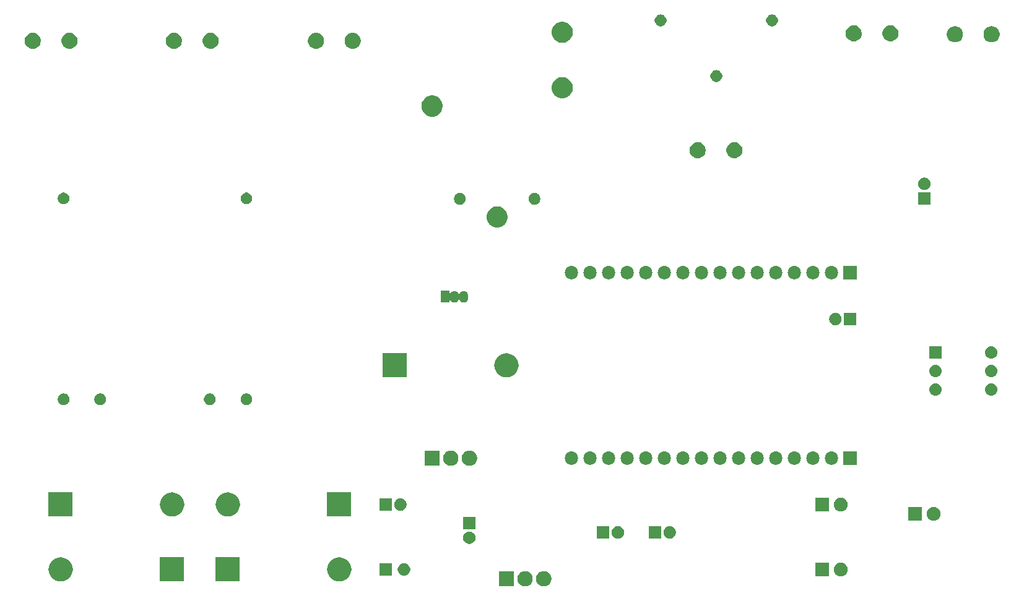
<source format=gbr>
G04 #@! TF.GenerationSoftware,KiCad,Pcbnew,(5.1.4)-1*
G04 #@! TF.CreationDate,2021-06-15T15:34:46+02:00*
G04 #@! TF.ProjectId,IOT SMART SWITCH,494f5420-534d-4415-9254-205357495443,1.0*
G04 #@! TF.SameCoordinates,Original*
G04 #@! TF.FileFunction,Soldermask,Bot*
G04 #@! TF.FilePolarity,Negative*
%FSLAX46Y46*%
G04 Gerber Fmt 4.6, Leading zero omitted, Abs format (unit mm)*
G04 Created by KiCad (PCBNEW (5.1.4)-1) date 2021-06-15 15:34:46*
%MOMM*%
%LPD*%
G04 APERTURE LIST*
%ADD10C,0.100000*%
G04 APERTURE END LIST*
D10*
G36*
X146363647Y-118379004D02*
G01*
X146553097Y-118457477D01*
X146553098Y-118457478D01*
X146723599Y-118571402D01*
X146868598Y-118716401D01*
X146944719Y-118830326D01*
X146982523Y-118886903D01*
X147060996Y-119076353D01*
X147101000Y-119277469D01*
X147101000Y-119482531D01*
X147060996Y-119683647D01*
X146982523Y-119873097D01*
X146982522Y-119873098D01*
X146868598Y-120043599D01*
X146723599Y-120188598D01*
X146609674Y-120264719D01*
X146553097Y-120302523D01*
X146363647Y-120380996D01*
X146162531Y-120421000D01*
X145957469Y-120421000D01*
X145756353Y-120380996D01*
X145566903Y-120302523D01*
X145510326Y-120264719D01*
X145396401Y-120188598D01*
X145251402Y-120043599D01*
X145137478Y-119873098D01*
X145137477Y-119873097D01*
X145059004Y-119683647D01*
X145019000Y-119482531D01*
X145019000Y-119277469D01*
X145059004Y-119076353D01*
X145137477Y-118886903D01*
X145175281Y-118830326D01*
X145251402Y-118716401D01*
X145396401Y-118571402D01*
X145566902Y-118457478D01*
X145566903Y-118457477D01*
X145756353Y-118379004D01*
X145957469Y-118339000D01*
X146162531Y-118339000D01*
X146363647Y-118379004D01*
X146363647Y-118379004D01*
G37*
G36*
X148913647Y-118379004D02*
G01*
X149103097Y-118457477D01*
X149103098Y-118457478D01*
X149273599Y-118571402D01*
X149418598Y-118716401D01*
X149494719Y-118830326D01*
X149532523Y-118886903D01*
X149610996Y-119076353D01*
X149651000Y-119277469D01*
X149651000Y-119482531D01*
X149610996Y-119683647D01*
X149532523Y-119873097D01*
X149532522Y-119873098D01*
X149418598Y-120043599D01*
X149273599Y-120188598D01*
X149159674Y-120264719D01*
X149103097Y-120302523D01*
X148913647Y-120380996D01*
X148712531Y-120421000D01*
X148507469Y-120421000D01*
X148306353Y-120380996D01*
X148116903Y-120302523D01*
X148060326Y-120264719D01*
X147946401Y-120188598D01*
X147801402Y-120043599D01*
X147687478Y-119873098D01*
X147687477Y-119873097D01*
X147609004Y-119683647D01*
X147569000Y-119482531D01*
X147569000Y-119277469D01*
X147609004Y-119076353D01*
X147687477Y-118886903D01*
X147725281Y-118830326D01*
X147801402Y-118716401D01*
X147946401Y-118571402D01*
X148116902Y-118457478D01*
X148116903Y-118457477D01*
X148306353Y-118379004D01*
X148507469Y-118339000D01*
X148712531Y-118339000D01*
X148913647Y-118379004D01*
X148913647Y-118379004D01*
G37*
G36*
X144551000Y-120421000D02*
G01*
X142469000Y-120421000D01*
X142469000Y-118339000D01*
X144551000Y-118339000D01*
X144551000Y-120421000D01*
X144551000Y-120421000D01*
G37*
G36*
X99441000Y-119761000D02*
G01*
X96139000Y-119761000D01*
X96139000Y-116459000D01*
X99441000Y-116459000D01*
X99441000Y-119761000D01*
X99441000Y-119761000D01*
G37*
G36*
X120973651Y-116482888D02*
G01*
X121284870Y-116577296D01*
X121571680Y-116730599D01*
X121571683Y-116730601D01*
X121571684Y-116730602D01*
X121823082Y-116936918D01*
X122005339Y-117159000D01*
X122029401Y-117188320D01*
X122182704Y-117475130D01*
X122277112Y-117786349D01*
X122308988Y-118110000D01*
X122277112Y-118433651D01*
X122182704Y-118744870D01*
X122029401Y-119031680D01*
X122029399Y-119031683D01*
X122029398Y-119031684D01*
X121823082Y-119283082D01*
X121571684Y-119489398D01*
X121571680Y-119489401D01*
X121284870Y-119642704D01*
X120973651Y-119737112D01*
X120731107Y-119761000D01*
X120568893Y-119761000D01*
X120326349Y-119737112D01*
X120015130Y-119642704D01*
X119728320Y-119489401D01*
X119728316Y-119489398D01*
X119476918Y-119283082D01*
X119270602Y-119031684D01*
X119270601Y-119031683D01*
X119270599Y-119031680D01*
X119117296Y-118744870D01*
X119022888Y-118433651D01*
X118991012Y-118110000D01*
X119022888Y-117786349D01*
X119117296Y-117475130D01*
X119270599Y-117188320D01*
X119294661Y-117159000D01*
X119476918Y-116936918D01*
X119728316Y-116730602D01*
X119728317Y-116730601D01*
X119728320Y-116730599D01*
X120015130Y-116577296D01*
X120326349Y-116482888D01*
X120568893Y-116459000D01*
X120731107Y-116459000D01*
X120973651Y-116482888D01*
X120973651Y-116482888D01*
G37*
G36*
X82873651Y-116482888D02*
G01*
X83184870Y-116577296D01*
X83471680Y-116730599D01*
X83471683Y-116730601D01*
X83471684Y-116730602D01*
X83723082Y-116936918D01*
X83905339Y-117159000D01*
X83929401Y-117188320D01*
X84082704Y-117475130D01*
X84177112Y-117786349D01*
X84208988Y-118110000D01*
X84177112Y-118433651D01*
X84082704Y-118744870D01*
X83929401Y-119031680D01*
X83929399Y-119031683D01*
X83929398Y-119031684D01*
X83723082Y-119283082D01*
X83471684Y-119489398D01*
X83471680Y-119489401D01*
X83184870Y-119642704D01*
X82873651Y-119737112D01*
X82631107Y-119761000D01*
X82468893Y-119761000D01*
X82226349Y-119737112D01*
X81915130Y-119642704D01*
X81628320Y-119489401D01*
X81628316Y-119489398D01*
X81376918Y-119283082D01*
X81170602Y-119031684D01*
X81170601Y-119031683D01*
X81170599Y-119031680D01*
X81017296Y-118744870D01*
X80922888Y-118433651D01*
X80891012Y-118110000D01*
X80922888Y-117786349D01*
X81017296Y-117475130D01*
X81170599Y-117188320D01*
X81194661Y-117159000D01*
X81376918Y-116936918D01*
X81628316Y-116730602D01*
X81628317Y-116730601D01*
X81628320Y-116730599D01*
X81915130Y-116577296D01*
X82226349Y-116482888D01*
X82468893Y-116459000D01*
X82631107Y-116459000D01*
X82873651Y-116482888D01*
X82873651Y-116482888D01*
G37*
G36*
X107061000Y-119761000D02*
G01*
X103759000Y-119761000D01*
X103759000Y-116459000D01*
X107061000Y-116459000D01*
X107061000Y-119761000D01*
X107061000Y-119761000D01*
G37*
G36*
X189507395Y-117195546D02*
G01*
X189680466Y-117267234D01*
X189680467Y-117267235D01*
X189836227Y-117371310D01*
X189968690Y-117503773D01*
X190011284Y-117567520D01*
X190072766Y-117659534D01*
X190144454Y-117832605D01*
X190181000Y-118016333D01*
X190181000Y-118203667D01*
X190144454Y-118387395D01*
X190072766Y-118560466D01*
X190072765Y-118560467D01*
X189968690Y-118716227D01*
X189836227Y-118848690D01*
X189813092Y-118864148D01*
X189680466Y-118952766D01*
X189507395Y-119024454D01*
X189323667Y-119061000D01*
X189136333Y-119061000D01*
X188952605Y-119024454D01*
X188779534Y-118952766D01*
X188646908Y-118864148D01*
X188623773Y-118848690D01*
X188491310Y-118716227D01*
X188387235Y-118560467D01*
X188387234Y-118560466D01*
X188315546Y-118387395D01*
X188279000Y-118203667D01*
X188279000Y-118016333D01*
X188315546Y-117832605D01*
X188387234Y-117659534D01*
X188448716Y-117567520D01*
X188491310Y-117503773D01*
X188623773Y-117371310D01*
X188779533Y-117267235D01*
X188779534Y-117267234D01*
X188952605Y-117195546D01*
X189136333Y-117159000D01*
X189323667Y-117159000D01*
X189507395Y-117195546D01*
X189507395Y-117195546D01*
G37*
G36*
X187641000Y-119061000D02*
G01*
X185739000Y-119061000D01*
X185739000Y-117159000D01*
X187641000Y-117159000D01*
X187641000Y-119061000D01*
X187641000Y-119061000D01*
G37*
G36*
X127851000Y-118961000D02*
G01*
X126149000Y-118961000D01*
X126149000Y-117259000D01*
X127851000Y-117259000D01*
X127851000Y-118961000D01*
X127851000Y-118961000D01*
G37*
G36*
X129748228Y-117291703D02*
G01*
X129903100Y-117355853D01*
X130042481Y-117448985D01*
X130161015Y-117567519D01*
X130254147Y-117706900D01*
X130318297Y-117861772D01*
X130351000Y-118026184D01*
X130351000Y-118193816D01*
X130318297Y-118358228D01*
X130254147Y-118513100D01*
X130161015Y-118652481D01*
X130042481Y-118771015D01*
X129903100Y-118864147D01*
X129748228Y-118928297D01*
X129583816Y-118961000D01*
X129416184Y-118961000D01*
X129251772Y-118928297D01*
X129096900Y-118864147D01*
X128957519Y-118771015D01*
X128838985Y-118652481D01*
X128745853Y-118513100D01*
X128681703Y-118358228D01*
X128649000Y-118193816D01*
X128649000Y-118026184D01*
X128681703Y-117861772D01*
X128745853Y-117706900D01*
X128838985Y-117567519D01*
X128957519Y-117448985D01*
X129096900Y-117355853D01*
X129251772Y-117291703D01*
X129416184Y-117259000D01*
X129583816Y-117259000D01*
X129748228Y-117291703D01*
X129748228Y-117291703D01*
G37*
G36*
X138678228Y-112941703D02*
G01*
X138833100Y-113005853D01*
X138972481Y-113098985D01*
X139091015Y-113217519D01*
X139184147Y-113356900D01*
X139248297Y-113511772D01*
X139281000Y-113676184D01*
X139281000Y-113843816D01*
X139248297Y-114008228D01*
X139184147Y-114163100D01*
X139091015Y-114302481D01*
X138972481Y-114421015D01*
X138833100Y-114514147D01*
X138678228Y-114578297D01*
X138513816Y-114611000D01*
X138346184Y-114611000D01*
X138181772Y-114578297D01*
X138026900Y-114514147D01*
X137887519Y-114421015D01*
X137768985Y-114302481D01*
X137675853Y-114163100D01*
X137611703Y-114008228D01*
X137579000Y-113843816D01*
X137579000Y-113676184D01*
X137611703Y-113511772D01*
X137675853Y-113356900D01*
X137768985Y-113217519D01*
X137887519Y-113098985D01*
X138026900Y-113005853D01*
X138181772Y-112941703D01*
X138346184Y-112909000D01*
X138513816Y-112909000D01*
X138678228Y-112941703D01*
X138678228Y-112941703D01*
G37*
G36*
X166078228Y-112211703D02*
G01*
X166233100Y-112275853D01*
X166372481Y-112368985D01*
X166491015Y-112487519D01*
X166584147Y-112626900D01*
X166648297Y-112781772D01*
X166681000Y-112946184D01*
X166681000Y-113113816D01*
X166648297Y-113278228D01*
X166584147Y-113433100D01*
X166491015Y-113572481D01*
X166372481Y-113691015D01*
X166233100Y-113784147D01*
X166078228Y-113848297D01*
X165913816Y-113881000D01*
X165746184Y-113881000D01*
X165581772Y-113848297D01*
X165426900Y-113784147D01*
X165287519Y-113691015D01*
X165168985Y-113572481D01*
X165075853Y-113433100D01*
X165011703Y-113278228D01*
X164979000Y-113113816D01*
X164979000Y-112946184D01*
X165011703Y-112781772D01*
X165075853Y-112626900D01*
X165168985Y-112487519D01*
X165287519Y-112368985D01*
X165426900Y-112275853D01*
X165581772Y-112211703D01*
X165746184Y-112179000D01*
X165913816Y-112179000D01*
X166078228Y-112211703D01*
X166078228Y-112211703D01*
G37*
G36*
X164681000Y-113881000D02*
G01*
X162979000Y-113881000D01*
X162979000Y-112179000D01*
X164681000Y-112179000D01*
X164681000Y-113881000D01*
X164681000Y-113881000D01*
G37*
G36*
X158998228Y-112211703D02*
G01*
X159153100Y-112275853D01*
X159292481Y-112368985D01*
X159411015Y-112487519D01*
X159504147Y-112626900D01*
X159568297Y-112781772D01*
X159601000Y-112946184D01*
X159601000Y-113113816D01*
X159568297Y-113278228D01*
X159504147Y-113433100D01*
X159411015Y-113572481D01*
X159292481Y-113691015D01*
X159153100Y-113784147D01*
X158998228Y-113848297D01*
X158833816Y-113881000D01*
X158666184Y-113881000D01*
X158501772Y-113848297D01*
X158346900Y-113784147D01*
X158207519Y-113691015D01*
X158088985Y-113572481D01*
X157995853Y-113433100D01*
X157931703Y-113278228D01*
X157899000Y-113113816D01*
X157899000Y-112946184D01*
X157931703Y-112781772D01*
X157995853Y-112626900D01*
X158088985Y-112487519D01*
X158207519Y-112368985D01*
X158346900Y-112275853D01*
X158501772Y-112211703D01*
X158666184Y-112179000D01*
X158833816Y-112179000D01*
X158998228Y-112211703D01*
X158998228Y-112211703D01*
G37*
G36*
X157601000Y-113881000D02*
G01*
X155899000Y-113881000D01*
X155899000Y-112179000D01*
X157601000Y-112179000D01*
X157601000Y-113881000D01*
X157601000Y-113881000D01*
G37*
G36*
X139281000Y-112611000D02*
G01*
X137579000Y-112611000D01*
X137579000Y-110909000D01*
X139281000Y-110909000D01*
X139281000Y-112611000D01*
X139281000Y-112611000D01*
G37*
G36*
X202207395Y-109575546D02*
G01*
X202380466Y-109647234D01*
X202457818Y-109698919D01*
X202536227Y-109751310D01*
X202668690Y-109883773D01*
X202668691Y-109883775D01*
X202772766Y-110039534D01*
X202844454Y-110212605D01*
X202881000Y-110396333D01*
X202881000Y-110583667D01*
X202844454Y-110767395D01*
X202772766Y-110940466D01*
X202772765Y-110940467D01*
X202668690Y-111096227D01*
X202536227Y-111228690D01*
X202457818Y-111281081D01*
X202380466Y-111332766D01*
X202207395Y-111404454D01*
X202023667Y-111441000D01*
X201836333Y-111441000D01*
X201652605Y-111404454D01*
X201479534Y-111332766D01*
X201402182Y-111281081D01*
X201323773Y-111228690D01*
X201191310Y-111096227D01*
X201087235Y-110940467D01*
X201087234Y-110940466D01*
X201015546Y-110767395D01*
X200979000Y-110583667D01*
X200979000Y-110396333D01*
X201015546Y-110212605D01*
X201087234Y-110039534D01*
X201191309Y-109883775D01*
X201191310Y-109883773D01*
X201323773Y-109751310D01*
X201402182Y-109698919D01*
X201479534Y-109647234D01*
X201652605Y-109575546D01*
X201836333Y-109539000D01*
X202023667Y-109539000D01*
X202207395Y-109575546D01*
X202207395Y-109575546D01*
G37*
G36*
X200341000Y-111441000D02*
G01*
X198439000Y-111441000D01*
X198439000Y-109539000D01*
X200341000Y-109539000D01*
X200341000Y-111441000D01*
X200341000Y-111441000D01*
G37*
G36*
X122301000Y-110871000D02*
G01*
X118999000Y-110871000D01*
X118999000Y-107569000D01*
X122301000Y-107569000D01*
X122301000Y-110871000D01*
X122301000Y-110871000D01*
G37*
G36*
X84201000Y-110871000D02*
G01*
X80899000Y-110871000D01*
X80899000Y-107569000D01*
X84201000Y-107569000D01*
X84201000Y-110871000D01*
X84201000Y-110871000D01*
G37*
G36*
X105733651Y-107592888D02*
G01*
X106044870Y-107687296D01*
X106331680Y-107840599D01*
X106331683Y-107840601D01*
X106331684Y-107840602D01*
X106583082Y-108046918D01*
X106765339Y-108269000D01*
X106789401Y-108298320D01*
X106942704Y-108585130D01*
X107037112Y-108896349D01*
X107068988Y-109220000D01*
X107037112Y-109543651D01*
X106942704Y-109854870D01*
X106789401Y-110141680D01*
X106789399Y-110141683D01*
X106789398Y-110141684D01*
X106583082Y-110393082D01*
X106350852Y-110583667D01*
X106331680Y-110599401D01*
X106044870Y-110752704D01*
X105733651Y-110847112D01*
X105491107Y-110871000D01*
X105328893Y-110871000D01*
X105086349Y-110847112D01*
X104775130Y-110752704D01*
X104488320Y-110599401D01*
X104469148Y-110583667D01*
X104236918Y-110393082D01*
X104030602Y-110141684D01*
X104030601Y-110141683D01*
X104030599Y-110141680D01*
X103877296Y-109854870D01*
X103782888Y-109543651D01*
X103751012Y-109220000D01*
X103782888Y-108896349D01*
X103877296Y-108585130D01*
X104030599Y-108298320D01*
X104054661Y-108269000D01*
X104236918Y-108046918D01*
X104488316Y-107840602D01*
X104488317Y-107840601D01*
X104488320Y-107840599D01*
X104775130Y-107687296D01*
X105086349Y-107592888D01*
X105328893Y-107569000D01*
X105491107Y-107569000D01*
X105733651Y-107592888D01*
X105733651Y-107592888D01*
G37*
G36*
X98113651Y-107592888D02*
G01*
X98424870Y-107687296D01*
X98711680Y-107840599D01*
X98711683Y-107840601D01*
X98711684Y-107840602D01*
X98963082Y-108046918D01*
X99145339Y-108269000D01*
X99169401Y-108298320D01*
X99322704Y-108585130D01*
X99417112Y-108896349D01*
X99448988Y-109220000D01*
X99417112Y-109543651D01*
X99322704Y-109854870D01*
X99169401Y-110141680D01*
X99169399Y-110141683D01*
X99169398Y-110141684D01*
X98963082Y-110393082D01*
X98730852Y-110583667D01*
X98711680Y-110599401D01*
X98424870Y-110752704D01*
X98113651Y-110847112D01*
X97871107Y-110871000D01*
X97708893Y-110871000D01*
X97466349Y-110847112D01*
X97155130Y-110752704D01*
X96868320Y-110599401D01*
X96849148Y-110583667D01*
X96616918Y-110393082D01*
X96410602Y-110141684D01*
X96410601Y-110141683D01*
X96410599Y-110141680D01*
X96257296Y-109854870D01*
X96162888Y-109543651D01*
X96131012Y-109220000D01*
X96162888Y-108896349D01*
X96257296Y-108585130D01*
X96410599Y-108298320D01*
X96434661Y-108269000D01*
X96616918Y-108046918D01*
X96868316Y-107840602D01*
X96868317Y-107840601D01*
X96868320Y-107840599D01*
X97155130Y-107687296D01*
X97466349Y-107592888D01*
X97708893Y-107569000D01*
X97871107Y-107569000D01*
X98113651Y-107592888D01*
X98113651Y-107592888D01*
G37*
G36*
X187641000Y-110171000D02*
G01*
X185739000Y-110171000D01*
X185739000Y-108269000D01*
X187641000Y-108269000D01*
X187641000Y-110171000D01*
X187641000Y-110171000D01*
G37*
G36*
X189507395Y-108305546D02*
G01*
X189680466Y-108377234D01*
X189680467Y-108377235D01*
X189836227Y-108481310D01*
X189968690Y-108613773D01*
X190011284Y-108677520D01*
X190072766Y-108769534D01*
X190144454Y-108942605D01*
X190181000Y-109126333D01*
X190181000Y-109313667D01*
X190144454Y-109497395D01*
X190072766Y-109670466D01*
X190072765Y-109670467D01*
X189968690Y-109826227D01*
X189836227Y-109958690D01*
X189813092Y-109974148D01*
X189680466Y-110062766D01*
X189507395Y-110134454D01*
X189323667Y-110171000D01*
X189136333Y-110171000D01*
X188952605Y-110134454D01*
X188779534Y-110062766D01*
X188646908Y-109974148D01*
X188623773Y-109958690D01*
X188491310Y-109826227D01*
X188387235Y-109670467D01*
X188387234Y-109670466D01*
X188315546Y-109497395D01*
X188279000Y-109313667D01*
X188279000Y-109126333D01*
X188315546Y-108942605D01*
X188387234Y-108769534D01*
X188448716Y-108677520D01*
X188491310Y-108613773D01*
X188623773Y-108481310D01*
X188779533Y-108377235D01*
X188779534Y-108377234D01*
X188952605Y-108305546D01*
X189136333Y-108269000D01*
X189323667Y-108269000D01*
X189507395Y-108305546D01*
X189507395Y-108305546D01*
G37*
G36*
X127851000Y-110071000D02*
G01*
X126149000Y-110071000D01*
X126149000Y-108369000D01*
X127851000Y-108369000D01*
X127851000Y-110071000D01*
X127851000Y-110071000D01*
G37*
G36*
X129248228Y-108401703D02*
G01*
X129403100Y-108465853D01*
X129542481Y-108558985D01*
X129661015Y-108677519D01*
X129754147Y-108816900D01*
X129818297Y-108971772D01*
X129851000Y-109136184D01*
X129851000Y-109303816D01*
X129818297Y-109468228D01*
X129754147Y-109623100D01*
X129661015Y-109762481D01*
X129542481Y-109881015D01*
X129403100Y-109974147D01*
X129248228Y-110038297D01*
X129083816Y-110071000D01*
X128916184Y-110071000D01*
X128751772Y-110038297D01*
X128596900Y-109974147D01*
X128457519Y-109881015D01*
X128338985Y-109762481D01*
X128245853Y-109623100D01*
X128181703Y-109468228D01*
X128149000Y-109303816D01*
X128149000Y-109136184D01*
X128181703Y-108971772D01*
X128245853Y-108816900D01*
X128338985Y-108677519D01*
X128457519Y-108558985D01*
X128596900Y-108465853D01*
X128751772Y-108401703D01*
X128916184Y-108369000D01*
X129083816Y-108369000D01*
X129248228Y-108401703D01*
X129248228Y-108401703D01*
G37*
G36*
X138753647Y-101869004D02*
G01*
X138943097Y-101947477D01*
X138943098Y-101947478D01*
X139113599Y-102061402D01*
X139258598Y-102206401D01*
X139334719Y-102320326D01*
X139372523Y-102376903D01*
X139450996Y-102566353D01*
X139491000Y-102767469D01*
X139491000Y-102972531D01*
X139450996Y-103173647D01*
X139372523Y-103363097D01*
X139372522Y-103363098D01*
X139258598Y-103533599D01*
X139113599Y-103678598D01*
X138999674Y-103754720D01*
X138943097Y-103792523D01*
X138753647Y-103870996D01*
X138552531Y-103911000D01*
X138347469Y-103911000D01*
X138146353Y-103870996D01*
X137956903Y-103792523D01*
X137900326Y-103754719D01*
X137786401Y-103678598D01*
X137641402Y-103533599D01*
X137527478Y-103363098D01*
X137527477Y-103363097D01*
X137449004Y-103173647D01*
X137409000Y-102972531D01*
X137409000Y-102767469D01*
X137449004Y-102566353D01*
X137527477Y-102376903D01*
X137565281Y-102320326D01*
X137641402Y-102206401D01*
X137786401Y-102061402D01*
X137956902Y-101947478D01*
X137956903Y-101947477D01*
X138146353Y-101869004D01*
X138347469Y-101829000D01*
X138552531Y-101829000D01*
X138753647Y-101869004D01*
X138753647Y-101869004D01*
G37*
G36*
X134391000Y-103911000D02*
G01*
X132309000Y-103911000D01*
X132309000Y-101829000D01*
X134391000Y-101829000D01*
X134391000Y-103911000D01*
X134391000Y-103911000D01*
G37*
G36*
X136203647Y-101869004D02*
G01*
X136393097Y-101947477D01*
X136393098Y-101947478D01*
X136563599Y-102061402D01*
X136708598Y-102206401D01*
X136784719Y-102320326D01*
X136822523Y-102376903D01*
X136900996Y-102566353D01*
X136941000Y-102767469D01*
X136941000Y-102972531D01*
X136900996Y-103173647D01*
X136822523Y-103363097D01*
X136822522Y-103363098D01*
X136708598Y-103533599D01*
X136563599Y-103678598D01*
X136449674Y-103754720D01*
X136393097Y-103792523D01*
X136203647Y-103870996D01*
X136002531Y-103911000D01*
X135797469Y-103911000D01*
X135596353Y-103870996D01*
X135406903Y-103792523D01*
X135350326Y-103754719D01*
X135236401Y-103678598D01*
X135091402Y-103533599D01*
X134977478Y-103363098D01*
X134977477Y-103363097D01*
X134899004Y-103173647D01*
X134859000Y-102972531D01*
X134859000Y-102767469D01*
X134899004Y-102566353D01*
X134977477Y-102376903D01*
X135015281Y-102320326D01*
X135091402Y-102206401D01*
X135236401Y-102061402D01*
X135406902Y-101947478D01*
X135406903Y-101947477D01*
X135596353Y-101869004D01*
X135797469Y-101829000D01*
X136002531Y-101829000D01*
X136203647Y-101869004D01*
X136203647Y-101869004D01*
G37*
G36*
X165210442Y-101975518D02*
G01*
X165276627Y-101982037D01*
X165446466Y-102033557D01*
X165602991Y-102117222D01*
X165638729Y-102146552D01*
X165740186Y-102229814D01*
X165823448Y-102331271D01*
X165852778Y-102367009D01*
X165936443Y-102523534D01*
X165987963Y-102693373D01*
X166005359Y-102870000D01*
X165987963Y-103046627D01*
X165936443Y-103216466D01*
X165852778Y-103372991D01*
X165823448Y-103408729D01*
X165740186Y-103510186D01*
X165638729Y-103593448D01*
X165602991Y-103622778D01*
X165446466Y-103706443D01*
X165276627Y-103757963D01*
X165210443Y-103764481D01*
X165144260Y-103771000D01*
X165055740Y-103771000D01*
X164989557Y-103764481D01*
X164923373Y-103757963D01*
X164753534Y-103706443D01*
X164597009Y-103622778D01*
X164561271Y-103593448D01*
X164459814Y-103510186D01*
X164376552Y-103408729D01*
X164347222Y-103372991D01*
X164263557Y-103216466D01*
X164212037Y-103046627D01*
X164194641Y-102870000D01*
X164212037Y-102693373D01*
X164263557Y-102523534D01*
X164347222Y-102367009D01*
X164376552Y-102331271D01*
X164459814Y-102229814D01*
X164561271Y-102146552D01*
X164597009Y-102117222D01*
X164753534Y-102033557D01*
X164923373Y-101982037D01*
X164989558Y-101975518D01*
X165055740Y-101969000D01*
X165144260Y-101969000D01*
X165210442Y-101975518D01*
X165210442Y-101975518D01*
G37*
G36*
X188070442Y-101975518D02*
G01*
X188136627Y-101982037D01*
X188306466Y-102033557D01*
X188462991Y-102117222D01*
X188498729Y-102146552D01*
X188600186Y-102229814D01*
X188683448Y-102331271D01*
X188712778Y-102367009D01*
X188796443Y-102523534D01*
X188847963Y-102693373D01*
X188865359Y-102870000D01*
X188847963Y-103046627D01*
X188796443Y-103216466D01*
X188712778Y-103372991D01*
X188683448Y-103408729D01*
X188600186Y-103510186D01*
X188498729Y-103593448D01*
X188462991Y-103622778D01*
X188306466Y-103706443D01*
X188136627Y-103757963D01*
X188070443Y-103764481D01*
X188004260Y-103771000D01*
X187915740Y-103771000D01*
X187849557Y-103764481D01*
X187783373Y-103757963D01*
X187613534Y-103706443D01*
X187457009Y-103622778D01*
X187421271Y-103593448D01*
X187319814Y-103510186D01*
X187236552Y-103408729D01*
X187207222Y-103372991D01*
X187123557Y-103216466D01*
X187072037Y-103046627D01*
X187054641Y-102870000D01*
X187072037Y-102693373D01*
X187123557Y-102523534D01*
X187207222Y-102367009D01*
X187236552Y-102331271D01*
X187319814Y-102229814D01*
X187421271Y-102146552D01*
X187457009Y-102117222D01*
X187613534Y-102033557D01*
X187783373Y-101982037D01*
X187849558Y-101975518D01*
X187915740Y-101969000D01*
X188004260Y-101969000D01*
X188070442Y-101975518D01*
X188070442Y-101975518D01*
G37*
G36*
X185530442Y-101975518D02*
G01*
X185596627Y-101982037D01*
X185766466Y-102033557D01*
X185922991Y-102117222D01*
X185958729Y-102146552D01*
X186060186Y-102229814D01*
X186143448Y-102331271D01*
X186172778Y-102367009D01*
X186256443Y-102523534D01*
X186307963Y-102693373D01*
X186325359Y-102870000D01*
X186307963Y-103046627D01*
X186256443Y-103216466D01*
X186172778Y-103372991D01*
X186143448Y-103408729D01*
X186060186Y-103510186D01*
X185958729Y-103593448D01*
X185922991Y-103622778D01*
X185766466Y-103706443D01*
X185596627Y-103757963D01*
X185530443Y-103764481D01*
X185464260Y-103771000D01*
X185375740Y-103771000D01*
X185309557Y-103764481D01*
X185243373Y-103757963D01*
X185073534Y-103706443D01*
X184917009Y-103622778D01*
X184881271Y-103593448D01*
X184779814Y-103510186D01*
X184696552Y-103408729D01*
X184667222Y-103372991D01*
X184583557Y-103216466D01*
X184532037Y-103046627D01*
X184514641Y-102870000D01*
X184532037Y-102693373D01*
X184583557Y-102523534D01*
X184667222Y-102367009D01*
X184696552Y-102331271D01*
X184779814Y-102229814D01*
X184881271Y-102146552D01*
X184917009Y-102117222D01*
X185073534Y-102033557D01*
X185243373Y-101982037D01*
X185309558Y-101975518D01*
X185375740Y-101969000D01*
X185464260Y-101969000D01*
X185530442Y-101975518D01*
X185530442Y-101975518D01*
G37*
G36*
X182990442Y-101975518D02*
G01*
X183056627Y-101982037D01*
X183226466Y-102033557D01*
X183382991Y-102117222D01*
X183418729Y-102146552D01*
X183520186Y-102229814D01*
X183603448Y-102331271D01*
X183632778Y-102367009D01*
X183716443Y-102523534D01*
X183767963Y-102693373D01*
X183785359Y-102870000D01*
X183767963Y-103046627D01*
X183716443Y-103216466D01*
X183632778Y-103372991D01*
X183603448Y-103408729D01*
X183520186Y-103510186D01*
X183418729Y-103593448D01*
X183382991Y-103622778D01*
X183226466Y-103706443D01*
X183056627Y-103757963D01*
X182990443Y-103764481D01*
X182924260Y-103771000D01*
X182835740Y-103771000D01*
X182769557Y-103764481D01*
X182703373Y-103757963D01*
X182533534Y-103706443D01*
X182377009Y-103622778D01*
X182341271Y-103593448D01*
X182239814Y-103510186D01*
X182156552Y-103408729D01*
X182127222Y-103372991D01*
X182043557Y-103216466D01*
X181992037Y-103046627D01*
X181974641Y-102870000D01*
X181992037Y-102693373D01*
X182043557Y-102523534D01*
X182127222Y-102367009D01*
X182156552Y-102331271D01*
X182239814Y-102229814D01*
X182341271Y-102146552D01*
X182377009Y-102117222D01*
X182533534Y-102033557D01*
X182703373Y-101982037D01*
X182769558Y-101975518D01*
X182835740Y-101969000D01*
X182924260Y-101969000D01*
X182990442Y-101975518D01*
X182990442Y-101975518D01*
G37*
G36*
X180450442Y-101975518D02*
G01*
X180516627Y-101982037D01*
X180686466Y-102033557D01*
X180842991Y-102117222D01*
X180878729Y-102146552D01*
X180980186Y-102229814D01*
X181063448Y-102331271D01*
X181092778Y-102367009D01*
X181176443Y-102523534D01*
X181227963Y-102693373D01*
X181245359Y-102870000D01*
X181227963Y-103046627D01*
X181176443Y-103216466D01*
X181092778Y-103372991D01*
X181063448Y-103408729D01*
X180980186Y-103510186D01*
X180878729Y-103593448D01*
X180842991Y-103622778D01*
X180686466Y-103706443D01*
X180516627Y-103757963D01*
X180450443Y-103764481D01*
X180384260Y-103771000D01*
X180295740Y-103771000D01*
X180229557Y-103764481D01*
X180163373Y-103757963D01*
X179993534Y-103706443D01*
X179837009Y-103622778D01*
X179801271Y-103593448D01*
X179699814Y-103510186D01*
X179616552Y-103408729D01*
X179587222Y-103372991D01*
X179503557Y-103216466D01*
X179452037Y-103046627D01*
X179434641Y-102870000D01*
X179452037Y-102693373D01*
X179503557Y-102523534D01*
X179587222Y-102367009D01*
X179616552Y-102331271D01*
X179699814Y-102229814D01*
X179801271Y-102146552D01*
X179837009Y-102117222D01*
X179993534Y-102033557D01*
X180163373Y-101982037D01*
X180229558Y-101975518D01*
X180295740Y-101969000D01*
X180384260Y-101969000D01*
X180450442Y-101975518D01*
X180450442Y-101975518D01*
G37*
G36*
X177910442Y-101975518D02*
G01*
X177976627Y-101982037D01*
X178146466Y-102033557D01*
X178302991Y-102117222D01*
X178338729Y-102146552D01*
X178440186Y-102229814D01*
X178523448Y-102331271D01*
X178552778Y-102367009D01*
X178636443Y-102523534D01*
X178687963Y-102693373D01*
X178705359Y-102870000D01*
X178687963Y-103046627D01*
X178636443Y-103216466D01*
X178552778Y-103372991D01*
X178523448Y-103408729D01*
X178440186Y-103510186D01*
X178338729Y-103593448D01*
X178302991Y-103622778D01*
X178146466Y-103706443D01*
X177976627Y-103757963D01*
X177910443Y-103764481D01*
X177844260Y-103771000D01*
X177755740Y-103771000D01*
X177689557Y-103764481D01*
X177623373Y-103757963D01*
X177453534Y-103706443D01*
X177297009Y-103622778D01*
X177261271Y-103593448D01*
X177159814Y-103510186D01*
X177076552Y-103408729D01*
X177047222Y-103372991D01*
X176963557Y-103216466D01*
X176912037Y-103046627D01*
X176894641Y-102870000D01*
X176912037Y-102693373D01*
X176963557Y-102523534D01*
X177047222Y-102367009D01*
X177076552Y-102331271D01*
X177159814Y-102229814D01*
X177261271Y-102146552D01*
X177297009Y-102117222D01*
X177453534Y-102033557D01*
X177623373Y-101982037D01*
X177689558Y-101975518D01*
X177755740Y-101969000D01*
X177844260Y-101969000D01*
X177910442Y-101975518D01*
X177910442Y-101975518D01*
G37*
G36*
X175370442Y-101975518D02*
G01*
X175436627Y-101982037D01*
X175606466Y-102033557D01*
X175762991Y-102117222D01*
X175798729Y-102146552D01*
X175900186Y-102229814D01*
X175983448Y-102331271D01*
X176012778Y-102367009D01*
X176096443Y-102523534D01*
X176147963Y-102693373D01*
X176165359Y-102870000D01*
X176147963Y-103046627D01*
X176096443Y-103216466D01*
X176012778Y-103372991D01*
X175983448Y-103408729D01*
X175900186Y-103510186D01*
X175798729Y-103593448D01*
X175762991Y-103622778D01*
X175606466Y-103706443D01*
X175436627Y-103757963D01*
X175370443Y-103764481D01*
X175304260Y-103771000D01*
X175215740Y-103771000D01*
X175149557Y-103764481D01*
X175083373Y-103757963D01*
X174913534Y-103706443D01*
X174757009Y-103622778D01*
X174721271Y-103593448D01*
X174619814Y-103510186D01*
X174536552Y-103408729D01*
X174507222Y-103372991D01*
X174423557Y-103216466D01*
X174372037Y-103046627D01*
X174354641Y-102870000D01*
X174372037Y-102693373D01*
X174423557Y-102523534D01*
X174507222Y-102367009D01*
X174536552Y-102331271D01*
X174619814Y-102229814D01*
X174721271Y-102146552D01*
X174757009Y-102117222D01*
X174913534Y-102033557D01*
X175083373Y-101982037D01*
X175149558Y-101975518D01*
X175215740Y-101969000D01*
X175304260Y-101969000D01*
X175370442Y-101975518D01*
X175370442Y-101975518D01*
G37*
G36*
X172830442Y-101975518D02*
G01*
X172896627Y-101982037D01*
X173066466Y-102033557D01*
X173222991Y-102117222D01*
X173258729Y-102146552D01*
X173360186Y-102229814D01*
X173443448Y-102331271D01*
X173472778Y-102367009D01*
X173556443Y-102523534D01*
X173607963Y-102693373D01*
X173625359Y-102870000D01*
X173607963Y-103046627D01*
X173556443Y-103216466D01*
X173472778Y-103372991D01*
X173443448Y-103408729D01*
X173360186Y-103510186D01*
X173258729Y-103593448D01*
X173222991Y-103622778D01*
X173066466Y-103706443D01*
X172896627Y-103757963D01*
X172830443Y-103764481D01*
X172764260Y-103771000D01*
X172675740Y-103771000D01*
X172609557Y-103764481D01*
X172543373Y-103757963D01*
X172373534Y-103706443D01*
X172217009Y-103622778D01*
X172181271Y-103593448D01*
X172079814Y-103510186D01*
X171996552Y-103408729D01*
X171967222Y-103372991D01*
X171883557Y-103216466D01*
X171832037Y-103046627D01*
X171814641Y-102870000D01*
X171832037Y-102693373D01*
X171883557Y-102523534D01*
X171967222Y-102367009D01*
X171996552Y-102331271D01*
X172079814Y-102229814D01*
X172181271Y-102146552D01*
X172217009Y-102117222D01*
X172373534Y-102033557D01*
X172543373Y-101982037D01*
X172609558Y-101975518D01*
X172675740Y-101969000D01*
X172764260Y-101969000D01*
X172830442Y-101975518D01*
X172830442Y-101975518D01*
G37*
G36*
X170290442Y-101975518D02*
G01*
X170356627Y-101982037D01*
X170526466Y-102033557D01*
X170682991Y-102117222D01*
X170718729Y-102146552D01*
X170820186Y-102229814D01*
X170903448Y-102331271D01*
X170932778Y-102367009D01*
X171016443Y-102523534D01*
X171067963Y-102693373D01*
X171085359Y-102870000D01*
X171067963Y-103046627D01*
X171016443Y-103216466D01*
X170932778Y-103372991D01*
X170903448Y-103408729D01*
X170820186Y-103510186D01*
X170718729Y-103593448D01*
X170682991Y-103622778D01*
X170526466Y-103706443D01*
X170356627Y-103757963D01*
X170290443Y-103764481D01*
X170224260Y-103771000D01*
X170135740Y-103771000D01*
X170069557Y-103764481D01*
X170003373Y-103757963D01*
X169833534Y-103706443D01*
X169677009Y-103622778D01*
X169641271Y-103593448D01*
X169539814Y-103510186D01*
X169456552Y-103408729D01*
X169427222Y-103372991D01*
X169343557Y-103216466D01*
X169292037Y-103046627D01*
X169274641Y-102870000D01*
X169292037Y-102693373D01*
X169343557Y-102523534D01*
X169427222Y-102367009D01*
X169456552Y-102331271D01*
X169539814Y-102229814D01*
X169641271Y-102146552D01*
X169677009Y-102117222D01*
X169833534Y-102033557D01*
X170003373Y-101982037D01*
X170069558Y-101975518D01*
X170135740Y-101969000D01*
X170224260Y-101969000D01*
X170290442Y-101975518D01*
X170290442Y-101975518D01*
G37*
G36*
X167750442Y-101975518D02*
G01*
X167816627Y-101982037D01*
X167986466Y-102033557D01*
X168142991Y-102117222D01*
X168178729Y-102146552D01*
X168280186Y-102229814D01*
X168363448Y-102331271D01*
X168392778Y-102367009D01*
X168476443Y-102523534D01*
X168527963Y-102693373D01*
X168545359Y-102870000D01*
X168527963Y-103046627D01*
X168476443Y-103216466D01*
X168392778Y-103372991D01*
X168363448Y-103408729D01*
X168280186Y-103510186D01*
X168178729Y-103593448D01*
X168142991Y-103622778D01*
X167986466Y-103706443D01*
X167816627Y-103757963D01*
X167750443Y-103764481D01*
X167684260Y-103771000D01*
X167595740Y-103771000D01*
X167529557Y-103764481D01*
X167463373Y-103757963D01*
X167293534Y-103706443D01*
X167137009Y-103622778D01*
X167101271Y-103593448D01*
X166999814Y-103510186D01*
X166916552Y-103408729D01*
X166887222Y-103372991D01*
X166803557Y-103216466D01*
X166752037Y-103046627D01*
X166734641Y-102870000D01*
X166752037Y-102693373D01*
X166803557Y-102523534D01*
X166887222Y-102367009D01*
X166916552Y-102331271D01*
X166999814Y-102229814D01*
X167101271Y-102146552D01*
X167137009Y-102117222D01*
X167293534Y-102033557D01*
X167463373Y-101982037D01*
X167529558Y-101975518D01*
X167595740Y-101969000D01*
X167684260Y-101969000D01*
X167750442Y-101975518D01*
X167750442Y-101975518D01*
G37*
G36*
X162670442Y-101975518D02*
G01*
X162736627Y-101982037D01*
X162906466Y-102033557D01*
X163062991Y-102117222D01*
X163098729Y-102146552D01*
X163200186Y-102229814D01*
X163283448Y-102331271D01*
X163312778Y-102367009D01*
X163396443Y-102523534D01*
X163447963Y-102693373D01*
X163465359Y-102870000D01*
X163447963Y-103046627D01*
X163396443Y-103216466D01*
X163312778Y-103372991D01*
X163283448Y-103408729D01*
X163200186Y-103510186D01*
X163098729Y-103593448D01*
X163062991Y-103622778D01*
X162906466Y-103706443D01*
X162736627Y-103757963D01*
X162670443Y-103764481D01*
X162604260Y-103771000D01*
X162515740Y-103771000D01*
X162449557Y-103764481D01*
X162383373Y-103757963D01*
X162213534Y-103706443D01*
X162057009Y-103622778D01*
X162021271Y-103593448D01*
X161919814Y-103510186D01*
X161836552Y-103408729D01*
X161807222Y-103372991D01*
X161723557Y-103216466D01*
X161672037Y-103046627D01*
X161654641Y-102870000D01*
X161672037Y-102693373D01*
X161723557Y-102523534D01*
X161807222Y-102367009D01*
X161836552Y-102331271D01*
X161919814Y-102229814D01*
X162021271Y-102146552D01*
X162057009Y-102117222D01*
X162213534Y-102033557D01*
X162383373Y-101982037D01*
X162449558Y-101975518D01*
X162515740Y-101969000D01*
X162604260Y-101969000D01*
X162670442Y-101975518D01*
X162670442Y-101975518D01*
G37*
G36*
X160130442Y-101975518D02*
G01*
X160196627Y-101982037D01*
X160366466Y-102033557D01*
X160522991Y-102117222D01*
X160558729Y-102146552D01*
X160660186Y-102229814D01*
X160743448Y-102331271D01*
X160772778Y-102367009D01*
X160856443Y-102523534D01*
X160907963Y-102693373D01*
X160925359Y-102870000D01*
X160907963Y-103046627D01*
X160856443Y-103216466D01*
X160772778Y-103372991D01*
X160743448Y-103408729D01*
X160660186Y-103510186D01*
X160558729Y-103593448D01*
X160522991Y-103622778D01*
X160366466Y-103706443D01*
X160196627Y-103757963D01*
X160130443Y-103764481D01*
X160064260Y-103771000D01*
X159975740Y-103771000D01*
X159909557Y-103764481D01*
X159843373Y-103757963D01*
X159673534Y-103706443D01*
X159517009Y-103622778D01*
X159481271Y-103593448D01*
X159379814Y-103510186D01*
X159296552Y-103408729D01*
X159267222Y-103372991D01*
X159183557Y-103216466D01*
X159132037Y-103046627D01*
X159114641Y-102870000D01*
X159132037Y-102693373D01*
X159183557Y-102523534D01*
X159267222Y-102367009D01*
X159296552Y-102331271D01*
X159379814Y-102229814D01*
X159481271Y-102146552D01*
X159517009Y-102117222D01*
X159673534Y-102033557D01*
X159843373Y-101982037D01*
X159909558Y-101975518D01*
X159975740Y-101969000D01*
X160064260Y-101969000D01*
X160130442Y-101975518D01*
X160130442Y-101975518D01*
G37*
G36*
X157590442Y-101975518D02*
G01*
X157656627Y-101982037D01*
X157826466Y-102033557D01*
X157982991Y-102117222D01*
X158018729Y-102146552D01*
X158120186Y-102229814D01*
X158203448Y-102331271D01*
X158232778Y-102367009D01*
X158316443Y-102523534D01*
X158367963Y-102693373D01*
X158385359Y-102870000D01*
X158367963Y-103046627D01*
X158316443Y-103216466D01*
X158232778Y-103372991D01*
X158203448Y-103408729D01*
X158120186Y-103510186D01*
X158018729Y-103593448D01*
X157982991Y-103622778D01*
X157826466Y-103706443D01*
X157656627Y-103757963D01*
X157590443Y-103764481D01*
X157524260Y-103771000D01*
X157435740Y-103771000D01*
X157369557Y-103764481D01*
X157303373Y-103757963D01*
X157133534Y-103706443D01*
X156977009Y-103622778D01*
X156941271Y-103593448D01*
X156839814Y-103510186D01*
X156756552Y-103408729D01*
X156727222Y-103372991D01*
X156643557Y-103216466D01*
X156592037Y-103046627D01*
X156574641Y-102870000D01*
X156592037Y-102693373D01*
X156643557Y-102523534D01*
X156727222Y-102367009D01*
X156756552Y-102331271D01*
X156839814Y-102229814D01*
X156941271Y-102146552D01*
X156977009Y-102117222D01*
X157133534Y-102033557D01*
X157303373Y-101982037D01*
X157369558Y-101975518D01*
X157435740Y-101969000D01*
X157524260Y-101969000D01*
X157590442Y-101975518D01*
X157590442Y-101975518D01*
G37*
G36*
X155050442Y-101975518D02*
G01*
X155116627Y-101982037D01*
X155286466Y-102033557D01*
X155442991Y-102117222D01*
X155478729Y-102146552D01*
X155580186Y-102229814D01*
X155663448Y-102331271D01*
X155692778Y-102367009D01*
X155776443Y-102523534D01*
X155827963Y-102693373D01*
X155845359Y-102870000D01*
X155827963Y-103046627D01*
X155776443Y-103216466D01*
X155692778Y-103372991D01*
X155663448Y-103408729D01*
X155580186Y-103510186D01*
X155478729Y-103593448D01*
X155442991Y-103622778D01*
X155286466Y-103706443D01*
X155116627Y-103757963D01*
X155050443Y-103764481D01*
X154984260Y-103771000D01*
X154895740Y-103771000D01*
X154829557Y-103764481D01*
X154763373Y-103757963D01*
X154593534Y-103706443D01*
X154437009Y-103622778D01*
X154401271Y-103593448D01*
X154299814Y-103510186D01*
X154216552Y-103408729D01*
X154187222Y-103372991D01*
X154103557Y-103216466D01*
X154052037Y-103046627D01*
X154034641Y-102870000D01*
X154052037Y-102693373D01*
X154103557Y-102523534D01*
X154187222Y-102367009D01*
X154216552Y-102331271D01*
X154299814Y-102229814D01*
X154401271Y-102146552D01*
X154437009Y-102117222D01*
X154593534Y-102033557D01*
X154763373Y-101982037D01*
X154829558Y-101975518D01*
X154895740Y-101969000D01*
X154984260Y-101969000D01*
X155050442Y-101975518D01*
X155050442Y-101975518D01*
G37*
G36*
X152510442Y-101975518D02*
G01*
X152576627Y-101982037D01*
X152746466Y-102033557D01*
X152902991Y-102117222D01*
X152938729Y-102146552D01*
X153040186Y-102229814D01*
X153123448Y-102331271D01*
X153152778Y-102367009D01*
X153236443Y-102523534D01*
X153287963Y-102693373D01*
X153305359Y-102870000D01*
X153287963Y-103046627D01*
X153236443Y-103216466D01*
X153152778Y-103372991D01*
X153123448Y-103408729D01*
X153040186Y-103510186D01*
X152938729Y-103593448D01*
X152902991Y-103622778D01*
X152746466Y-103706443D01*
X152576627Y-103757963D01*
X152510443Y-103764481D01*
X152444260Y-103771000D01*
X152355740Y-103771000D01*
X152289557Y-103764481D01*
X152223373Y-103757963D01*
X152053534Y-103706443D01*
X151897009Y-103622778D01*
X151861271Y-103593448D01*
X151759814Y-103510186D01*
X151676552Y-103408729D01*
X151647222Y-103372991D01*
X151563557Y-103216466D01*
X151512037Y-103046627D01*
X151494641Y-102870000D01*
X151512037Y-102693373D01*
X151563557Y-102523534D01*
X151647222Y-102367009D01*
X151676552Y-102331271D01*
X151759814Y-102229814D01*
X151861271Y-102146552D01*
X151897009Y-102117222D01*
X152053534Y-102033557D01*
X152223373Y-101982037D01*
X152289558Y-101975518D01*
X152355740Y-101969000D01*
X152444260Y-101969000D01*
X152510442Y-101975518D01*
X152510442Y-101975518D01*
G37*
G36*
X191401000Y-103771000D02*
G01*
X189599000Y-103771000D01*
X189599000Y-101969000D01*
X191401000Y-101969000D01*
X191401000Y-103771000D01*
X191401000Y-103771000D01*
G37*
G36*
X83183642Y-94039781D02*
G01*
X83329414Y-94100162D01*
X83329416Y-94100163D01*
X83460608Y-94187822D01*
X83572178Y-94299392D01*
X83587952Y-94323000D01*
X83659838Y-94430586D01*
X83720219Y-94576358D01*
X83751000Y-94731107D01*
X83751000Y-94888893D01*
X83720219Y-95043642D01*
X83659838Y-95189414D01*
X83659837Y-95189416D01*
X83572178Y-95320608D01*
X83460608Y-95432178D01*
X83329416Y-95519837D01*
X83329415Y-95519838D01*
X83329414Y-95519838D01*
X83183642Y-95580219D01*
X83028893Y-95611000D01*
X82871107Y-95611000D01*
X82716358Y-95580219D01*
X82570586Y-95519838D01*
X82570585Y-95519838D01*
X82570584Y-95519837D01*
X82439392Y-95432178D01*
X82327822Y-95320608D01*
X82240163Y-95189416D01*
X82240162Y-95189414D01*
X82179781Y-95043642D01*
X82149000Y-94888893D01*
X82149000Y-94731107D01*
X82179781Y-94576358D01*
X82240162Y-94430586D01*
X82312048Y-94323000D01*
X82327822Y-94299392D01*
X82439392Y-94187822D01*
X82570584Y-94100163D01*
X82570586Y-94100162D01*
X82716358Y-94039781D01*
X82871107Y-94009000D01*
X83028893Y-94009000D01*
X83183642Y-94039781D01*
X83183642Y-94039781D01*
G37*
G36*
X88183642Y-94039781D02*
G01*
X88329414Y-94100162D01*
X88329416Y-94100163D01*
X88460608Y-94187822D01*
X88572178Y-94299392D01*
X88587952Y-94323000D01*
X88659838Y-94430586D01*
X88720219Y-94576358D01*
X88751000Y-94731107D01*
X88751000Y-94888893D01*
X88720219Y-95043642D01*
X88659838Y-95189414D01*
X88659837Y-95189416D01*
X88572178Y-95320608D01*
X88460608Y-95432178D01*
X88329416Y-95519837D01*
X88329415Y-95519838D01*
X88329414Y-95519838D01*
X88183642Y-95580219D01*
X88028893Y-95611000D01*
X87871107Y-95611000D01*
X87716358Y-95580219D01*
X87570586Y-95519838D01*
X87570585Y-95519838D01*
X87570584Y-95519837D01*
X87439392Y-95432178D01*
X87327822Y-95320608D01*
X87240163Y-95189416D01*
X87240162Y-95189414D01*
X87179781Y-95043642D01*
X87149000Y-94888893D01*
X87149000Y-94731107D01*
X87179781Y-94576358D01*
X87240162Y-94430586D01*
X87312048Y-94323000D01*
X87327822Y-94299392D01*
X87439392Y-94187822D01*
X87570584Y-94100163D01*
X87570586Y-94100162D01*
X87716358Y-94039781D01*
X87871107Y-94009000D01*
X88028893Y-94009000D01*
X88183642Y-94039781D01*
X88183642Y-94039781D01*
G37*
G36*
X103183642Y-94039781D02*
G01*
X103329414Y-94100162D01*
X103329416Y-94100163D01*
X103460608Y-94187822D01*
X103572178Y-94299392D01*
X103587952Y-94323000D01*
X103659838Y-94430586D01*
X103720219Y-94576358D01*
X103751000Y-94731107D01*
X103751000Y-94888893D01*
X103720219Y-95043642D01*
X103659838Y-95189414D01*
X103659837Y-95189416D01*
X103572178Y-95320608D01*
X103460608Y-95432178D01*
X103329416Y-95519837D01*
X103329415Y-95519838D01*
X103329414Y-95519838D01*
X103183642Y-95580219D01*
X103028893Y-95611000D01*
X102871107Y-95611000D01*
X102716358Y-95580219D01*
X102570586Y-95519838D01*
X102570585Y-95519838D01*
X102570584Y-95519837D01*
X102439392Y-95432178D01*
X102327822Y-95320608D01*
X102240163Y-95189416D01*
X102240162Y-95189414D01*
X102179781Y-95043642D01*
X102149000Y-94888893D01*
X102149000Y-94731107D01*
X102179781Y-94576358D01*
X102240162Y-94430586D01*
X102312048Y-94323000D01*
X102327822Y-94299392D01*
X102439392Y-94187822D01*
X102570584Y-94100163D01*
X102570586Y-94100162D01*
X102716358Y-94039781D01*
X102871107Y-94009000D01*
X103028893Y-94009000D01*
X103183642Y-94039781D01*
X103183642Y-94039781D01*
G37*
G36*
X108183642Y-94039781D02*
G01*
X108329414Y-94100162D01*
X108329416Y-94100163D01*
X108460608Y-94187822D01*
X108572178Y-94299392D01*
X108587952Y-94323000D01*
X108659838Y-94430586D01*
X108720219Y-94576358D01*
X108751000Y-94731107D01*
X108751000Y-94888893D01*
X108720219Y-95043642D01*
X108659838Y-95189414D01*
X108659837Y-95189416D01*
X108572178Y-95320608D01*
X108460608Y-95432178D01*
X108329416Y-95519837D01*
X108329415Y-95519838D01*
X108329414Y-95519838D01*
X108183642Y-95580219D01*
X108028893Y-95611000D01*
X107871107Y-95611000D01*
X107716358Y-95580219D01*
X107570586Y-95519838D01*
X107570585Y-95519838D01*
X107570584Y-95519837D01*
X107439392Y-95432178D01*
X107327822Y-95320608D01*
X107240163Y-95189416D01*
X107240162Y-95189414D01*
X107179781Y-95043642D01*
X107149000Y-94888893D01*
X107149000Y-94731107D01*
X107179781Y-94576358D01*
X107240162Y-94430586D01*
X107312048Y-94323000D01*
X107327822Y-94299392D01*
X107439392Y-94187822D01*
X107570584Y-94100163D01*
X107570586Y-94100162D01*
X107716358Y-94039781D01*
X107871107Y-94009000D01*
X108028893Y-94009000D01*
X108183642Y-94039781D01*
X108183642Y-94039781D01*
G37*
G36*
X209970823Y-92633313D02*
G01*
X210131242Y-92681976D01*
X210263906Y-92752886D01*
X210279078Y-92760996D01*
X210408659Y-92867341D01*
X210515004Y-92996922D01*
X210515005Y-92996924D01*
X210594024Y-93144758D01*
X210642687Y-93305177D01*
X210659117Y-93472000D01*
X210642687Y-93638823D01*
X210594024Y-93799242D01*
X210523114Y-93931906D01*
X210515004Y-93947078D01*
X210408659Y-94076659D01*
X210279078Y-94183004D01*
X210279076Y-94183005D01*
X210131242Y-94262024D01*
X209970823Y-94310687D01*
X209845804Y-94323000D01*
X209762196Y-94323000D01*
X209637177Y-94310687D01*
X209476758Y-94262024D01*
X209328924Y-94183005D01*
X209328922Y-94183004D01*
X209199341Y-94076659D01*
X209092996Y-93947078D01*
X209084886Y-93931906D01*
X209013976Y-93799242D01*
X208965313Y-93638823D01*
X208948883Y-93472000D01*
X208965313Y-93305177D01*
X209013976Y-93144758D01*
X209092995Y-92996924D01*
X209092996Y-92996922D01*
X209199341Y-92867341D01*
X209328922Y-92760996D01*
X209344094Y-92752886D01*
X209476758Y-92681976D01*
X209637177Y-92633313D01*
X209762196Y-92621000D01*
X209845804Y-92621000D01*
X209970823Y-92633313D01*
X209970823Y-92633313D01*
G37*
G36*
X202350823Y-92633313D02*
G01*
X202511242Y-92681976D01*
X202643906Y-92752886D01*
X202659078Y-92760996D01*
X202788659Y-92867341D01*
X202895004Y-92996922D01*
X202895005Y-92996924D01*
X202974024Y-93144758D01*
X203022687Y-93305177D01*
X203039117Y-93472000D01*
X203022687Y-93638823D01*
X202974024Y-93799242D01*
X202903114Y-93931906D01*
X202895004Y-93947078D01*
X202788659Y-94076659D01*
X202659078Y-94183004D01*
X202659076Y-94183005D01*
X202511242Y-94262024D01*
X202350823Y-94310687D01*
X202225804Y-94323000D01*
X202142196Y-94323000D01*
X202017177Y-94310687D01*
X201856758Y-94262024D01*
X201708924Y-94183005D01*
X201708922Y-94183004D01*
X201579341Y-94076659D01*
X201472996Y-93947078D01*
X201464886Y-93931906D01*
X201393976Y-93799242D01*
X201345313Y-93638823D01*
X201328883Y-93472000D01*
X201345313Y-93305177D01*
X201393976Y-93144758D01*
X201472995Y-92996924D01*
X201472996Y-92996922D01*
X201579341Y-92867341D01*
X201708922Y-92760996D01*
X201724094Y-92752886D01*
X201856758Y-92681976D01*
X202017177Y-92633313D01*
X202142196Y-92621000D01*
X202225804Y-92621000D01*
X202350823Y-92633313D01*
X202350823Y-92633313D01*
G37*
G36*
X143833651Y-88542888D02*
G01*
X144144870Y-88637296D01*
X144431680Y-88790599D01*
X144431683Y-88790601D01*
X144431684Y-88790602D01*
X144683082Y-88996918D01*
X144874930Y-89230687D01*
X144889401Y-89248320D01*
X145042704Y-89535130D01*
X145137112Y-89846349D01*
X145168988Y-90170000D01*
X145137112Y-90493651D01*
X145042704Y-90804870D01*
X144889401Y-91091680D01*
X144889399Y-91091683D01*
X144889398Y-91091684D01*
X144683082Y-91343082D01*
X144431684Y-91549398D01*
X144431680Y-91549401D01*
X144144870Y-91702704D01*
X143833651Y-91797112D01*
X143591107Y-91821000D01*
X143428893Y-91821000D01*
X143186349Y-91797112D01*
X142875130Y-91702704D01*
X142588320Y-91549401D01*
X142588316Y-91549398D01*
X142336918Y-91343082D01*
X142130602Y-91091684D01*
X142130601Y-91091683D01*
X142130599Y-91091680D01*
X141977296Y-90804870D01*
X141882888Y-90493651D01*
X141851012Y-90170000D01*
X141882888Y-89846349D01*
X141977296Y-89535130D01*
X142130599Y-89248320D01*
X142145070Y-89230687D01*
X142336918Y-88996918D01*
X142588316Y-88790602D01*
X142588317Y-88790601D01*
X142588320Y-88790599D01*
X142875130Y-88637296D01*
X143186349Y-88542888D01*
X143428893Y-88519000D01*
X143591107Y-88519000D01*
X143833651Y-88542888D01*
X143833651Y-88542888D01*
G37*
G36*
X129921000Y-91821000D02*
G01*
X126619000Y-91821000D01*
X126619000Y-88519000D01*
X129921000Y-88519000D01*
X129921000Y-91821000D01*
X129921000Y-91821000D01*
G37*
G36*
X209970823Y-90093313D02*
G01*
X210131242Y-90141976D01*
X210263906Y-90212886D01*
X210279078Y-90220996D01*
X210408659Y-90327341D01*
X210515004Y-90456922D01*
X210515005Y-90456924D01*
X210594024Y-90604758D01*
X210642687Y-90765177D01*
X210659117Y-90932000D01*
X210642687Y-91098823D01*
X210594024Y-91259242D01*
X210523114Y-91391906D01*
X210515004Y-91407078D01*
X210408659Y-91536659D01*
X210279078Y-91643004D01*
X210279076Y-91643005D01*
X210131242Y-91722024D01*
X209970823Y-91770687D01*
X209845804Y-91783000D01*
X209762196Y-91783000D01*
X209637177Y-91770687D01*
X209476758Y-91722024D01*
X209328924Y-91643005D01*
X209328922Y-91643004D01*
X209199341Y-91536659D01*
X209092996Y-91407078D01*
X209084886Y-91391906D01*
X209013976Y-91259242D01*
X208965313Y-91098823D01*
X208948883Y-90932000D01*
X208965313Y-90765177D01*
X209013976Y-90604758D01*
X209092995Y-90456924D01*
X209092996Y-90456922D01*
X209199341Y-90327341D01*
X209328922Y-90220996D01*
X209344094Y-90212886D01*
X209476758Y-90141976D01*
X209637177Y-90093313D01*
X209762196Y-90081000D01*
X209845804Y-90081000D01*
X209970823Y-90093313D01*
X209970823Y-90093313D01*
G37*
G36*
X202350823Y-90093313D02*
G01*
X202511242Y-90141976D01*
X202643906Y-90212886D01*
X202659078Y-90220996D01*
X202788659Y-90327341D01*
X202895004Y-90456922D01*
X202895005Y-90456924D01*
X202974024Y-90604758D01*
X203022687Y-90765177D01*
X203039117Y-90932000D01*
X203022687Y-91098823D01*
X202974024Y-91259242D01*
X202903114Y-91391906D01*
X202895004Y-91407078D01*
X202788659Y-91536659D01*
X202659078Y-91643004D01*
X202659076Y-91643005D01*
X202511242Y-91722024D01*
X202350823Y-91770687D01*
X202225804Y-91783000D01*
X202142196Y-91783000D01*
X202017177Y-91770687D01*
X201856758Y-91722024D01*
X201708924Y-91643005D01*
X201708922Y-91643004D01*
X201579341Y-91536659D01*
X201472996Y-91407078D01*
X201464886Y-91391906D01*
X201393976Y-91259242D01*
X201345313Y-91098823D01*
X201328883Y-90932000D01*
X201345313Y-90765177D01*
X201393976Y-90604758D01*
X201472995Y-90456924D01*
X201472996Y-90456922D01*
X201579341Y-90327341D01*
X201708922Y-90220996D01*
X201724094Y-90212886D01*
X201856758Y-90141976D01*
X202017177Y-90093313D01*
X202142196Y-90081000D01*
X202225804Y-90081000D01*
X202350823Y-90093313D01*
X202350823Y-90093313D01*
G37*
G36*
X209970823Y-87553313D02*
G01*
X210131242Y-87601976D01*
X210263906Y-87672886D01*
X210279078Y-87680996D01*
X210408659Y-87787341D01*
X210515004Y-87916922D01*
X210515005Y-87916924D01*
X210594024Y-88064758D01*
X210642687Y-88225177D01*
X210659117Y-88392000D01*
X210642687Y-88558823D01*
X210594024Y-88719242D01*
X210555883Y-88790599D01*
X210515004Y-88867078D01*
X210408659Y-88996659D01*
X210279078Y-89103004D01*
X210279076Y-89103005D01*
X210131242Y-89182024D01*
X209970823Y-89230687D01*
X209845804Y-89243000D01*
X209762196Y-89243000D01*
X209637177Y-89230687D01*
X209476758Y-89182024D01*
X209328924Y-89103005D01*
X209328922Y-89103004D01*
X209199341Y-88996659D01*
X209092996Y-88867078D01*
X209052117Y-88790599D01*
X209013976Y-88719242D01*
X208965313Y-88558823D01*
X208948883Y-88392000D01*
X208965313Y-88225177D01*
X209013976Y-88064758D01*
X209092995Y-87916924D01*
X209092996Y-87916922D01*
X209199341Y-87787341D01*
X209328922Y-87680996D01*
X209344094Y-87672886D01*
X209476758Y-87601976D01*
X209637177Y-87553313D01*
X209762196Y-87541000D01*
X209845804Y-87541000D01*
X209970823Y-87553313D01*
X209970823Y-87553313D01*
G37*
G36*
X203035000Y-89243000D02*
G01*
X201333000Y-89243000D01*
X201333000Y-87541000D01*
X203035000Y-87541000D01*
X203035000Y-89243000D01*
X203035000Y-89243000D01*
G37*
G36*
X188748228Y-83001703D02*
G01*
X188903100Y-83065853D01*
X189042481Y-83158985D01*
X189161015Y-83277519D01*
X189254147Y-83416900D01*
X189318297Y-83571772D01*
X189351000Y-83736184D01*
X189351000Y-83903816D01*
X189318297Y-84068228D01*
X189254147Y-84223100D01*
X189161015Y-84362481D01*
X189042481Y-84481015D01*
X188903100Y-84574147D01*
X188748228Y-84638297D01*
X188583816Y-84671000D01*
X188416184Y-84671000D01*
X188251772Y-84638297D01*
X188096900Y-84574147D01*
X187957519Y-84481015D01*
X187838985Y-84362481D01*
X187745853Y-84223100D01*
X187681703Y-84068228D01*
X187649000Y-83903816D01*
X187649000Y-83736184D01*
X187681703Y-83571772D01*
X187745853Y-83416900D01*
X187838985Y-83277519D01*
X187957519Y-83158985D01*
X188096900Y-83065853D01*
X188251772Y-83001703D01*
X188416184Y-82969000D01*
X188583816Y-82969000D01*
X188748228Y-83001703D01*
X188748228Y-83001703D01*
G37*
G36*
X191351000Y-84671000D02*
G01*
X189649000Y-84671000D01*
X189649000Y-82969000D01*
X191351000Y-82969000D01*
X191351000Y-84671000D01*
X191351000Y-84671000D01*
G37*
G36*
X137780915Y-79979334D02*
G01*
X137889491Y-80012271D01*
X137889494Y-80012272D01*
X137925600Y-80031571D01*
X137989556Y-80065756D01*
X138077264Y-80137736D01*
X138149244Y-80225443D01*
X138183429Y-80289399D01*
X138202728Y-80325505D01*
X138202729Y-80325508D01*
X138235666Y-80434084D01*
X138244000Y-80518702D01*
X138244000Y-81025297D01*
X138235666Y-81109916D01*
X138203252Y-81216767D01*
X138202728Y-81218495D01*
X138192761Y-81237141D01*
X138149244Y-81318557D01*
X138077264Y-81406264D01*
X137989557Y-81478244D01*
X137925601Y-81512429D01*
X137889495Y-81531728D01*
X137889492Y-81531729D01*
X137780916Y-81564666D01*
X137668000Y-81575787D01*
X137555085Y-81564666D01*
X137446509Y-81531729D01*
X137446506Y-81531728D01*
X137410400Y-81512429D01*
X137346444Y-81478244D01*
X137258737Y-81406264D01*
X137186757Y-81318557D01*
X137143239Y-81237141D01*
X137129625Y-81216766D01*
X137112298Y-81199439D01*
X137091924Y-81185826D01*
X137069285Y-81176448D01*
X137045252Y-81171668D01*
X137020748Y-81171668D01*
X136996715Y-81176448D01*
X136974076Y-81185826D01*
X136953701Y-81199440D01*
X136936374Y-81216767D01*
X136922761Y-81237141D01*
X136879244Y-81318557D01*
X136807264Y-81406264D01*
X136719557Y-81478244D01*
X136655601Y-81512429D01*
X136619495Y-81531728D01*
X136619492Y-81531729D01*
X136510916Y-81564666D01*
X136398000Y-81575787D01*
X136285085Y-81564666D01*
X136176509Y-81531729D01*
X136176506Y-81531728D01*
X136140400Y-81512429D01*
X136076444Y-81478244D01*
X135988737Y-81406264D01*
X135925622Y-81329359D01*
X135908297Y-81312034D01*
X135887923Y-81298420D01*
X135865284Y-81289043D01*
X135841250Y-81284263D01*
X135816746Y-81284263D01*
X135792713Y-81289044D01*
X135770074Y-81298421D01*
X135749700Y-81312035D01*
X135732373Y-81329362D01*
X135718759Y-81349736D01*
X135709382Y-81372375D01*
X135704000Y-81408660D01*
X135704000Y-81573000D01*
X134552000Y-81573000D01*
X134552000Y-79971000D01*
X135704000Y-79971000D01*
X135704000Y-80135341D01*
X135706402Y-80159727D01*
X135713515Y-80183176D01*
X135725066Y-80204787D01*
X135740611Y-80223729D01*
X135759553Y-80239274D01*
X135781164Y-80250825D01*
X135804613Y-80257938D01*
X135828999Y-80260340D01*
X135853385Y-80257938D01*
X135876834Y-80250825D01*
X135898445Y-80239274D01*
X135917387Y-80223729D01*
X135925608Y-80214657D01*
X135988736Y-80137736D01*
X136076443Y-80065756D01*
X136140399Y-80031571D01*
X136176505Y-80012272D01*
X136176508Y-80012271D01*
X136285084Y-79979334D01*
X136398000Y-79968213D01*
X136510915Y-79979334D01*
X136619491Y-80012271D01*
X136619494Y-80012272D01*
X136655600Y-80031571D01*
X136719556Y-80065756D01*
X136807264Y-80137736D01*
X136879244Y-80225443D01*
X136922761Y-80306859D01*
X136936375Y-80327234D01*
X136953702Y-80344561D01*
X136974076Y-80358174D01*
X136996715Y-80367552D01*
X137020748Y-80372332D01*
X137045252Y-80372332D01*
X137069285Y-80367552D01*
X137091924Y-80358174D01*
X137112299Y-80344560D01*
X137129626Y-80327233D01*
X137143239Y-80306860D01*
X137186756Y-80225444D01*
X137258736Y-80137736D01*
X137346443Y-80065756D01*
X137410399Y-80031571D01*
X137446505Y-80012272D01*
X137446508Y-80012271D01*
X137555084Y-79979334D01*
X137668000Y-79968213D01*
X137780915Y-79979334D01*
X137780915Y-79979334D01*
G37*
G36*
X152510443Y-76575519D02*
G01*
X152576627Y-76582037D01*
X152746466Y-76633557D01*
X152902991Y-76717222D01*
X152938729Y-76746552D01*
X153040186Y-76829814D01*
X153123448Y-76931271D01*
X153152778Y-76967009D01*
X153236443Y-77123534D01*
X153287963Y-77293373D01*
X153305359Y-77470000D01*
X153287963Y-77646627D01*
X153236443Y-77816466D01*
X153152778Y-77972991D01*
X153123448Y-78008729D01*
X153040186Y-78110186D01*
X152938729Y-78193448D01*
X152902991Y-78222778D01*
X152746466Y-78306443D01*
X152576627Y-78357963D01*
X152510443Y-78364481D01*
X152444260Y-78371000D01*
X152355740Y-78371000D01*
X152289557Y-78364481D01*
X152223373Y-78357963D01*
X152053534Y-78306443D01*
X151897009Y-78222778D01*
X151861271Y-78193448D01*
X151759814Y-78110186D01*
X151676552Y-78008729D01*
X151647222Y-77972991D01*
X151563557Y-77816466D01*
X151512037Y-77646627D01*
X151494641Y-77470000D01*
X151512037Y-77293373D01*
X151563557Y-77123534D01*
X151647222Y-76967009D01*
X151676552Y-76931271D01*
X151759814Y-76829814D01*
X151861271Y-76746552D01*
X151897009Y-76717222D01*
X152053534Y-76633557D01*
X152223373Y-76582037D01*
X152289557Y-76575519D01*
X152355740Y-76569000D01*
X152444260Y-76569000D01*
X152510443Y-76575519D01*
X152510443Y-76575519D01*
G37*
G36*
X155050443Y-76575519D02*
G01*
X155116627Y-76582037D01*
X155286466Y-76633557D01*
X155442991Y-76717222D01*
X155478729Y-76746552D01*
X155580186Y-76829814D01*
X155663448Y-76931271D01*
X155692778Y-76967009D01*
X155776443Y-77123534D01*
X155827963Y-77293373D01*
X155845359Y-77470000D01*
X155827963Y-77646627D01*
X155776443Y-77816466D01*
X155692778Y-77972991D01*
X155663448Y-78008729D01*
X155580186Y-78110186D01*
X155478729Y-78193448D01*
X155442991Y-78222778D01*
X155286466Y-78306443D01*
X155116627Y-78357963D01*
X155050443Y-78364481D01*
X154984260Y-78371000D01*
X154895740Y-78371000D01*
X154829557Y-78364481D01*
X154763373Y-78357963D01*
X154593534Y-78306443D01*
X154437009Y-78222778D01*
X154401271Y-78193448D01*
X154299814Y-78110186D01*
X154216552Y-78008729D01*
X154187222Y-77972991D01*
X154103557Y-77816466D01*
X154052037Y-77646627D01*
X154034641Y-77470000D01*
X154052037Y-77293373D01*
X154103557Y-77123534D01*
X154187222Y-76967009D01*
X154216552Y-76931271D01*
X154299814Y-76829814D01*
X154401271Y-76746552D01*
X154437009Y-76717222D01*
X154593534Y-76633557D01*
X154763373Y-76582037D01*
X154829557Y-76575519D01*
X154895740Y-76569000D01*
X154984260Y-76569000D01*
X155050443Y-76575519D01*
X155050443Y-76575519D01*
G37*
G36*
X170290443Y-76575519D02*
G01*
X170356627Y-76582037D01*
X170526466Y-76633557D01*
X170682991Y-76717222D01*
X170718729Y-76746552D01*
X170820186Y-76829814D01*
X170903448Y-76931271D01*
X170932778Y-76967009D01*
X171016443Y-77123534D01*
X171067963Y-77293373D01*
X171085359Y-77470000D01*
X171067963Y-77646627D01*
X171016443Y-77816466D01*
X170932778Y-77972991D01*
X170903448Y-78008729D01*
X170820186Y-78110186D01*
X170718729Y-78193448D01*
X170682991Y-78222778D01*
X170526466Y-78306443D01*
X170356627Y-78357963D01*
X170290443Y-78364481D01*
X170224260Y-78371000D01*
X170135740Y-78371000D01*
X170069557Y-78364481D01*
X170003373Y-78357963D01*
X169833534Y-78306443D01*
X169677009Y-78222778D01*
X169641271Y-78193448D01*
X169539814Y-78110186D01*
X169456552Y-78008729D01*
X169427222Y-77972991D01*
X169343557Y-77816466D01*
X169292037Y-77646627D01*
X169274641Y-77470000D01*
X169292037Y-77293373D01*
X169343557Y-77123534D01*
X169427222Y-76967009D01*
X169456552Y-76931271D01*
X169539814Y-76829814D01*
X169641271Y-76746552D01*
X169677009Y-76717222D01*
X169833534Y-76633557D01*
X170003373Y-76582037D01*
X170069557Y-76575519D01*
X170135740Y-76569000D01*
X170224260Y-76569000D01*
X170290443Y-76575519D01*
X170290443Y-76575519D01*
G37*
G36*
X167750443Y-76575519D02*
G01*
X167816627Y-76582037D01*
X167986466Y-76633557D01*
X168142991Y-76717222D01*
X168178729Y-76746552D01*
X168280186Y-76829814D01*
X168363448Y-76931271D01*
X168392778Y-76967009D01*
X168476443Y-77123534D01*
X168527963Y-77293373D01*
X168545359Y-77470000D01*
X168527963Y-77646627D01*
X168476443Y-77816466D01*
X168392778Y-77972991D01*
X168363448Y-78008729D01*
X168280186Y-78110186D01*
X168178729Y-78193448D01*
X168142991Y-78222778D01*
X167986466Y-78306443D01*
X167816627Y-78357963D01*
X167750443Y-78364481D01*
X167684260Y-78371000D01*
X167595740Y-78371000D01*
X167529557Y-78364481D01*
X167463373Y-78357963D01*
X167293534Y-78306443D01*
X167137009Y-78222778D01*
X167101271Y-78193448D01*
X166999814Y-78110186D01*
X166916552Y-78008729D01*
X166887222Y-77972991D01*
X166803557Y-77816466D01*
X166752037Y-77646627D01*
X166734641Y-77470000D01*
X166752037Y-77293373D01*
X166803557Y-77123534D01*
X166887222Y-76967009D01*
X166916552Y-76931271D01*
X166999814Y-76829814D01*
X167101271Y-76746552D01*
X167137009Y-76717222D01*
X167293534Y-76633557D01*
X167463373Y-76582037D01*
X167529557Y-76575519D01*
X167595740Y-76569000D01*
X167684260Y-76569000D01*
X167750443Y-76575519D01*
X167750443Y-76575519D01*
G37*
G36*
X165210443Y-76575519D02*
G01*
X165276627Y-76582037D01*
X165446466Y-76633557D01*
X165602991Y-76717222D01*
X165638729Y-76746552D01*
X165740186Y-76829814D01*
X165823448Y-76931271D01*
X165852778Y-76967009D01*
X165936443Y-77123534D01*
X165987963Y-77293373D01*
X166005359Y-77470000D01*
X165987963Y-77646627D01*
X165936443Y-77816466D01*
X165852778Y-77972991D01*
X165823448Y-78008729D01*
X165740186Y-78110186D01*
X165638729Y-78193448D01*
X165602991Y-78222778D01*
X165446466Y-78306443D01*
X165276627Y-78357963D01*
X165210443Y-78364481D01*
X165144260Y-78371000D01*
X165055740Y-78371000D01*
X164989557Y-78364481D01*
X164923373Y-78357963D01*
X164753534Y-78306443D01*
X164597009Y-78222778D01*
X164561271Y-78193448D01*
X164459814Y-78110186D01*
X164376552Y-78008729D01*
X164347222Y-77972991D01*
X164263557Y-77816466D01*
X164212037Y-77646627D01*
X164194641Y-77470000D01*
X164212037Y-77293373D01*
X164263557Y-77123534D01*
X164347222Y-76967009D01*
X164376552Y-76931271D01*
X164459814Y-76829814D01*
X164561271Y-76746552D01*
X164597009Y-76717222D01*
X164753534Y-76633557D01*
X164923373Y-76582037D01*
X164989557Y-76575519D01*
X165055740Y-76569000D01*
X165144260Y-76569000D01*
X165210443Y-76575519D01*
X165210443Y-76575519D01*
G37*
G36*
X162670443Y-76575519D02*
G01*
X162736627Y-76582037D01*
X162906466Y-76633557D01*
X163062991Y-76717222D01*
X163098729Y-76746552D01*
X163200186Y-76829814D01*
X163283448Y-76931271D01*
X163312778Y-76967009D01*
X163396443Y-77123534D01*
X163447963Y-77293373D01*
X163465359Y-77470000D01*
X163447963Y-77646627D01*
X163396443Y-77816466D01*
X163312778Y-77972991D01*
X163283448Y-78008729D01*
X163200186Y-78110186D01*
X163098729Y-78193448D01*
X163062991Y-78222778D01*
X162906466Y-78306443D01*
X162736627Y-78357963D01*
X162670443Y-78364481D01*
X162604260Y-78371000D01*
X162515740Y-78371000D01*
X162449557Y-78364481D01*
X162383373Y-78357963D01*
X162213534Y-78306443D01*
X162057009Y-78222778D01*
X162021271Y-78193448D01*
X161919814Y-78110186D01*
X161836552Y-78008729D01*
X161807222Y-77972991D01*
X161723557Y-77816466D01*
X161672037Y-77646627D01*
X161654641Y-77470000D01*
X161672037Y-77293373D01*
X161723557Y-77123534D01*
X161807222Y-76967009D01*
X161836552Y-76931271D01*
X161919814Y-76829814D01*
X162021271Y-76746552D01*
X162057009Y-76717222D01*
X162213534Y-76633557D01*
X162383373Y-76582037D01*
X162449557Y-76575519D01*
X162515740Y-76569000D01*
X162604260Y-76569000D01*
X162670443Y-76575519D01*
X162670443Y-76575519D01*
G37*
G36*
X160130443Y-76575519D02*
G01*
X160196627Y-76582037D01*
X160366466Y-76633557D01*
X160522991Y-76717222D01*
X160558729Y-76746552D01*
X160660186Y-76829814D01*
X160743448Y-76931271D01*
X160772778Y-76967009D01*
X160856443Y-77123534D01*
X160907963Y-77293373D01*
X160925359Y-77470000D01*
X160907963Y-77646627D01*
X160856443Y-77816466D01*
X160772778Y-77972991D01*
X160743448Y-78008729D01*
X160660186Y-78110186D01*
X160558729Y-78193448D01*
X160522991Y-78222778D01*
X160366466Y-78306443D01*
X160196627Y-78357963D01*
X160130443Y-78364481D01*
X160064260Y-78371000D01*
X159975740Y-78371000D01*
X159909557Y-78364481D01*
X159843373Y-78357963D01*
X159673534Y-78306443D01*
X159517009Y-78222778D01*
X159481271Y-78193448D01*
X159379814Y-78110186D01*
X159296552Y-78008729D01*
X159267222Y-77972991D01*
X159183557Y-77816466D01*
X159132037Y-77646627D01*
X159114641Y-77470000D01*
X159132037Y-77293373D01*
X159183557Y-77123534D01*
X159267222Y-76967009D01*
X159296552Y-76931271D01*
X159379814Y-76829814D01*
X159481271Y-76746552D01*
X159517009Y-76717222D01*
X159673534Y-76633557D01*
X159843373Y-76582037D01*
X159909557Y-76575519D01*
X159975740Y-76569000D01*
X160064260Y-76569000D01*
X160130443Y-76575519D01*
X160130443Y-76575519D01*
G37*
G36*
X172830443Y-76575519D02*
G01*
X172896627Y-76582037D01*
X173066466Y-76633557D01*
X173222991Y-76717222D01*
X173258729Y-76746552D01*
X173360186Y-76829814D01*
X173443448Y-76931271D01*
X173472778Y-76967009D01*
X173556443Y-77123534D01*
X173607963Y-77293373D01*
X173625359Y-77470000D01*
X173607963Y-77646627D01*
X173556443Y-77816466D01*
X173472778Y-77972991D01*
X173443448Y-78008729D01*
X173360186Y-78110186D01*
X173258729Y-78193448D01*
X173222991Y-78222778D01*
X173066466Y-78306443D01*
X172896627Y-78357963D01*
X172830443Y-78364481D01*
X172764260Y-78371000D01*
X172675740Y-78371000D01*
X172609557Y-78364481D01*
X172543373Y-78357963D01*
X172373534Y-78306443D01*
X172217009Y-78222778D01*
X172181271Y-78193448D01*
X172079814Y-78110186D01*
X171996552Y-78008729D01*
X171967222Y-77972991D01*
X171883557Y-77816466D01*
X171832037Y-77646627D01*
X171814641Y-77470000D01*
X171832037Y-77293373D01*
X171883557Y-77123534D01*
X171967222Y-76967009D01*
X171996552Y-76931271D01*
X172079814Y-76829814D01*
X172181271Y-76746552D01*
X172217009Y-76717222D01*
X172373534Y-76633557D01*
X172543373Y-76582037D01*
X172609557Y-76575519D01*
X172675740Y-76569000D01*
X172764260Y-76569000D01*
X172830443Y-76575519D01*
X172830443Y-76575519D01*
G37*
G36*
X157590443Y-76575519D02*
G01*
X157656627Y-76582037D01*
X157826466Y-76633557D01*
X157982991Y-76717222D01*
X158018729Y-76746552D01*
X158120186Y-76829814D01*
X158203448Y-76931271D01*
X158232778Y-76967009D01*
X158316443Y-77123534D01*
X158367963Y-77293373D01*
X158385359Y-77470000D01*
X158367963Y-77646627D01*
X158316443Y-77816466D01*
X158232778Y-77972991D01*
X158203448Y-78008729D01*
X158120186Y-78110186D01*
X158018729Y-78193448D01*
X157982991Y-78222778D01*
X157826466Y-78306443D01*
X157656627Y-78357963D01*
X157590443Y-78364481D01*
X157524260Y-78371000D01*
X157435740Y-78371000D01*
X157369557Y-78364481D01*
X157303373Y-78357963D01*
X157133534Y-78306443D01*
X156977009Y-78222778D01*
X156941271Y-78193448D01*
X156839814Y-78110186D01*
X156756552Y-78008729D01*
X156727222Y-77972991D01*
X156643557Y-77816466D01*
X156592037Y-77646627D01*
X156574641Y-77470000D01*
X156592037Y-77293373D01*
X156643557Y-77123534D01*
X156727222Y-76967009D01*
X156756552Y-76931271D01*
X156839814Y-76829814D01*
X156941271Y-76746552D01*
X156977009Y-76717222D01*
X157133534Y-76633557D01*
X157303373Y-76582037D01*
X157369557Y-76575519D01*
X157435740Y-76569000D01*
X157524260Y-76569000D01*
X157590443Y-76575519D01*
X157590443Y-76575519D01*
G37*
G36*
X191401000Y-78371000D02*
G01*
X189599000Y-78371000D01*
X189599000Y-76569000D01*
X191401000Y-76569000D01*
X191401000Y-78371000D01*
X191401000Y-78371000D01*
G37*
G36*
X188070443Y-76575519D02*
G01*
X188136627Y-76582037D01*
X188306466Y-76633557D01*
X188462991Y-76717222D01*
X188498729Y-76746552D01*
X188600186Y-76829814D01*
X188683448Y-76931271D01*
X188712778Y-76967009D01*
X188796443Y-77123534D01*
X188847963Y-77293373D01*
X188865359Y-77470000D01*
X188847963Y-77646627D01*
X188796443Y-77816466D01*
X188712778Y-77972991D01*
X188683448Y-78008729D01*
X188600186Y-78110186D01*
X188498729Y-78193448D01*
X188462991Y-78222778D01*
X188306466Y-78306443D01*
X188136627Y-78357963D01*
X188070443Y-78364481D01*
X188004260Y-78371000D01*
X187915740Y-78371000D01*
X187849557Y-78364481D01*
X187783373Y-78357963D01*
X187613534Y-78306443D01*
X187457009Y-78222778D01*
X187421271Y-78193448D01*
X187319814Y-78110186D01*
X187236552Y-78008729D01*
X187207222Y-77972991D01*
X187123557Y-77816466D01*
X187072037Y-77646627D01*
X187054641Y-77470000D01*
X187072037Y-77293373D01*
X187123557Y-77123534D01*
X187207222Y-76967009D01*
X187236552Y-76931271D01*
X187319814Y-76829814D01*
X187421271Y-76746552D01*
X187457009Y-76717222D01*
X187613534Y-76633557D01*
X187783373Y-76582037D01*
X187849557Y-76575519D01*
X187915740Y-76569000D01*
X188004260Y-76569000D01*
X188070443Y-76575519D01*
X188070443Y-76575519D01*
G37*
G36*
X185530443Y-76575519D02*
G01*
X185596627Y-76582037D01*
X185766466Y-76633557D01*
X185922991Y-76717222D01*
X185958729Y-76746552D01*
X186060186Y-76829814D01*
X186143448Y-76931271D01*
X186172778Y-76967009D01*
X186256443Y-77123534D01*
X186307963Y-77293373D01*
X186325359Y-77470000D01*
X186307963Y-77646627D01*
X186256443Y-77816466D01*
X186172778Y-77972991D01*
X186143448Y-78008729D01*
X186060186Y-78110186D01*
X185958729Y-78193448D01*
X185922991Y-78222778D01*
X185766466Y-78306443D01*
X185596627Y-78357963D01*
X185530443Y-78364481D01*
X185464260Y-78371000D01*
X185375740Y-78371000D01*
X185309557Y-78364481D01*
X185243373Y-78357963D01*
X185073534Y-78306443D01*
X184917009Y-78222778D01*
X184881271Y-78193448D01*
X184779814Y-78110186D01*
X184696552Y-78008729D01*
X184667222Y-77972991D01*
X184583557Y-77816466D01*
X184532037Y-77646627D01*
X184514641Y-77470000D01*
X184532037Y-77293373D01*
X184583557Y-77123534D01*
X184667222Y-76967009D01*
X184696552Y-76931271D01*
X184779814Y-76829814D01*
X184881271Y-76746552D01*
X184917009Y-76717222D01*
X185073534Y-76633557D01*
X185243373Y-76582037D01*
X185309557Y-76575519D01*
X185375740Y-76569000D01*
X185464260Y-76569000D01*
X185530443Y-76575519D01*
X185530443Y-76575519D01*
G37*
G36*
X177910443Y-76575519D02*
G01*
X177976627Y-76582037D01*
X178146466Y-76633557D01*
X178302991Y-76717222D01*
X178338729Y-76746552D01*
X178440186Y-76829814D01*
X178523448Y-76931271D01*
X178552778Y-76967009D01*
X178636443Y-77123534D01*
X178687963Y-77293373D01*
X178705359Y-77470000D01*
X178687963Y-77646627D01*
X178636443Y-77816466D01*
X178552778Y-77972991D01*
X178523448Y-78008729D01*
X178440186Y-78110186D01*
X178338729Y-78193448D01*
X178302991Y-78222778D01*
X178146466Y-78306443D01*
X177976627Y-78357963D01*
X177910443Y-78364481D01*
X177844260Y-78371000D01*
X177755740Y-78371000D01*
X177689557Y-78364481D01*
X177623373Y-78357963D01*
X177453534Y-78306443D01*
X177297009Y-78222778D01*
X177261271Y-78193448D01*
X177159814Y-78110186D01*
X177076552Y-78008729D01*
X177047222Y-77972991D01*
X176963557Y-77816466D01*
X176912037Y-77646627D01*
X176894641Y-77470000D01*
X176912037Y-77293373D01*
X176963557Y-77123534D01*
X177047222Y-76967009D01*
X177076552Y-76931271D01*
X177159814Y-76829814D01*
X177261271Y-76746552D01*
X177297009Y-76717222D01*
X177453534Y-76633557D01*
X177623373Y-76582037D01*
X177689557Y-76575519D01*
X177755740Y-76569000D01*
X177844260Y-76569000D01*
X177910443Y-76575519D01*
X177910443Y-76575519D01*
G37*
G36*
X180450443Y-76575519D02*
G01*
X180516627Y-76582037D01*
X180686466Y-76633557D01*
X180842991Y-76717222D01*
X180878729Y-76746552D01*
X180980186Y-76829814D01*
X181063448Y-76931271D01*
X181092778Y-76967009D01*
X181176443Y-77123534D01*
X181227963Y-77293373D01*
X181245359Y-77470000D01*
X181227963Y-77646627D01*
X181176443Y-77816466D01*
X181092778Y-77972991D01*
X181063448Y-78008729D01*
X180980186Y-78110186D01*
X180878729Y-78193448D01*
X180842991Y-78222778D01*
X180686466Y-78306443D01*
X180516627Y-78357963D01*
X180450443Y-78364481D01*
X180384260Y-78371000D01*
X180295740Y-78371000D01*
X180229557Y-78364481D01*
X180163373Y-78357963D01*
X179993534Y-78306443D01*
X179837009Y-78222778D01*
X179801271Y-78193448D01*
X179699814Y-78110186D01*
X179616552Y-78008729D01*
X179587222Y-77972991D01*
X179503557Y-77816466D01*
X179452037Y-77646627D01*
X179434641Y-77470000D01*
X179452037Y-77293373D01*
X179503557Y-77123534D01*
X179587222Y-76967009D01*
X179616552Y-76931271D01*
X179699814Y-76829814D01*
X179801271Y-76746552D01*
X179837009Y-76717222D01*
X179993534Y-76633557D01*
X180163373Y-76582037D01*
X180229557Y-76575519D01*
X180295740Y-76569000D01*
X180384260Y-76569000D01*
X180450443Y-76575519D01*
X180450443Y-76575519D01*
G37*
G36*
X182990443Y-76575519D02*
G01*
X183056627Y-76582037D01*
X183226466Y-76633557D01*
X183382991Y-76717222D01*
X183418729Y-76746552D01*
X183520186Y-76829814D01*
X183603448Y-76931271D01*
X183632778Y-76967009D01*
X183716443Y-77123534D01*
X183767963Y-77293373D01*
X183785359Y-77470000D01*
X183767963Y-77646627D01*
X183716443Y-77816466D01*
X183632778Y-77972991D01*
X183603448Y-78008729D01*
X183520186Y-78110186D01*
X183418729Y-78193448D01*
X183382991Y-78222778D01*
X183226466Y-78306443D01*
X183056627Y-78357963D01*
X182990443Y-78364481D01*
X182924260Y-78371000D01*
X182835740Y-78371000D01*
X182769557Y-78364481D01*
X182703373Y-78357963D01*
X182533534Y-78306443D01*
X182377009Y-78222778D01*
X182341271Y-78193448D01*
X182239814Y-78110186D01*
X182156552Y-78008729D01*
X182127222Y-77972991D01*
X182043557Y-77816466D01*
X181992037Y-77646627D01*
X181974641Y-77470000D01*
X181992037Y-77293373D01*
X182043557Y-77123534D01*
X182127222Y-76967009D01*
X182156552Y-76931271D01*
X182239814Y-76829814D01*
X182341271Y-76746552D01*
X182377009Y-76717222D01*
X182533534Y-76633557D01*
X182703373Y-76582037D01*
X182769557Y-76575519D01*
X182835740Y-76569000D01*
X182924260Y-76569000D01*
X182990443Y-76575519D01*
X182990443Y-76575519D01*
G37*
G36*
X175370443Y-76575519D02*
G01*
X175436627Y-76582037D01*
X175606466Y-76633557D01*
X175762991Y-76717222D01*
X175798729Y-76746552D01*
X175900186Y-76829814D01*
X175983448Y-76931271D01*
X176012778Y-76967009D01*
X176096443Y-77123534D01*
X176147963Y-77293373D01*
X176165359Y-77470000D01*
X176147963Y-77646627D01*
X176096443Y-77816466D01*
X176012778Y-77972991D01*
X175983448Y-78008729D01*
X175900186Y-78110186D01*
X175798729Y-78193448D01*
X175762991Y-78222778D01*
X175606466Y-78306443D01*
X175436627Y-78357963D01*
X175370443Y-78364481D01*
X175304260Y-78371000D01*
X175215740Y-78371000D01*
X175149557Y-78364481D01*
X175083373Y-78357963D01*
X174913534Y-78306443D01*
X174757009Y-78222778D01*
X174721271Y-78193448D01*
X174619814Y-78110186D01*
X174536552Y-78008729D01*
X174507222Y-77972991D01*
X174423557Y-77816466D01*
X174372037Y-77646627D01*
X174354641Y-77470000D01*
X174372037Y-77293373D01*
X174423557Y-77123534D01*
X174507222Y-76967009D01*
X174536552Y-76931271D01*
X174619814Y-76829814D01*
X174721271Y-76746552D01*
X174757009Y-76717222D01*
X174913534Y-76633557D01*
X175083373Y-76582037D01*
X175149557Y-76575519D01*
X175215740Y-76569000D01*
X175304260Y-76569000D01*
X175370443Y-76575519D01*
X175370443Y-76575519D01*
G37*
G36*
X142663241Y-68454760D02*
G01*
X142927305Y-68564139D01*
X143164958Y-68722934D01*
X143367066Y-68925042D01*
X143525861Y-69162695D01*
X143635240Y-69426759D01*
X143691000Y-69707088D01*
X143691000Y-69992912D01*
X143635240Y-70273241D01*
X143525861Y-70537305D01*
X143367066Y-70774958D01*
X143164958Y-70977066D01*
X142927305Y-71135861D01*
X142663241Y-71245240D01*
X142382912Y-71301000D01*
X142097088Y-71301000D01*
X141816759Y-71245240D01*
X141552695Y-71135861D01*
X141315042Y-70977066D01*
X141112934Y-70774958D01*
X140954139Y-70537305D01*
X140844760Y-70273241D01*
X140789000Y-69992912D01*
X140789000Y-69707088D01*
X140844760Y-69426759D01*
X140954139Y-69162695D01*
X141112934Y-68925042D01*
X141315042Y-68722934D01*
X141552695Y-68564139D01*
X141816759Y-68454760D01*
X142097088Y-68399000D01*
X142382912Y-68399000D01*
X142663241Y-68454760D01*
X142663241Y-68454760D01*
G37*
G36*
X201511000Y-68161000D02*
G01*
X199809000Y-68161000D01*
X199809000Y-66459000D01*
X201511000Y-66459000D01*
X201511000Y-68161000D01*
X201511000Y-68161000D01*
G37*
G36*
X137373642Y-66579781D02*
G01*
X137519414Y-66640162D01*
X137519416Y-66640163D01*
X137650608Y-66727822D01*
X137762178Y-66839392D01*
X137823110Y-66930584D01*
X137849838Y-66970586D01*
X137910219Y-67116358D01*
X137941000Y-67271107D01*
X137941000Y-67428893D01*
X137910219Y-67583642D01*
X137866406Y-67689416D01*
X137849837Y-67729416D01*
X137762178Y-67860608D01*
X137650608Y-67972178D01*
X137519416Y-68059837D01*
X137519415Y-68059838D01*
X137519414Y-68059838D01*
X137373642Y-68120219D01*
X137218893Y-68151000D01*
X137061107Y-68151000D01*
X136906358Y-68120219D01*
X136760586Y-68059838D01*
X136760585Y-68059838D01*
X136760584Y-68059837D01*
X136629392Y-67972178D01*
X136517822Y-67860608D01*
X136430163Y-67729416D01*
X136413594Y-67689416D01*
X136369781Y-67583642D01*
X136339000Y-67428893D01*
X136339000Y-67271107D01*
X136369781Y-67116358D01*
X136430162Y-66970586D01*
X136456890Y-66930584D01*
X136517822Y-66839392D01*
X136629392Y-66727822D01*
X136760584Y-66640163D01*
X136760586Y-66640162D01*
X136906358Y-66579781D01*
X137061107Y-66549000D01*
X137218893Y-66549000D01*
X137373642Y-66579781D01*
X137373642Y-66579781D01*
G37*
G36*
X147573642Y-66579781D02*
G01*
X147719414Y-66640162D01*
X147719416Y-66640163D01*
X147850608Y-66727822D01*
X147962178Y-66839392D01*
X148023110Y-66930584D01*
X148049838Y-66970586D01*
X148110219Y-67116358D01*
X148141000Y-67271107D01*
X148141000Y-67428893D01*
X148110219Y-67583642D01*
X148066406Y-67689416D01*
X148049837Y-67729416D01*
X147962178Y-67860608D01*
X147850608Y-67972178D01*
X147719416Y-68059837D01*
X147719415Y-68059838D01*
X147719414Y-68059838D01*
X147573642Y-68120219D01*
X147418893Y-68151000D01*
X147261107Y-68151000D01*
X147106358Y-68120219D01*
X146960586Y-68059838D01*
X146960585Y-68059838D01*
X146960584Y-68059837D01*
X146829392Y-67972178D01*
X146717822Y-67860608D01*
X146630163Y-67729416D01*
X146613594Y-67689416D01*
X146569781Y-67583642D01*
X146539000Y-67428893D01*
X146539000Y-67271107D01*
X146569781Y-67116358D01*
X146630162Y-66970586D01*
X146656890Y-66930584D01*
X146717822Y-66839392D01*
X146829392Y-66727822D01*
X146960584Y-66640163D01*
X146960586Y-66640162D01*
X147106358Y-66579781D01*
X147261107Y-66549000D01*
X147418893Y-66549000D01*
X147573642Y-66579781D01*
X147573642Y-66579781D01*
G37*
G36*
X83183642Y-66539781D02*
G01*
X83329414Y-66600162D01*
X83329416Y-66600163D01*
X83460608Y-66687822D01*
X83572178Y-66799392D01*
X83659837Y-66930584D01*
X83659838Y-66930586D01*
X83720219Y-67076358D01*
X83751000Y-67231107D01*
X83751000Y-67388893D01*
X83720219Y-67543642D01*
X83659838Y-67689414D01*
X83659837Y-67689416D01*
X83572178Y-67820608D01*
X83460608Y-67932178D01*
X83329416Y-68019837D01*
X83329415Y-68019838D01*
X83329414Y-68019838D01*
X83183642Y-68080219D01*
X83028893Y-68111000D01*
X82871107Y-68111000D01*
X82716358Y-68080219D01*
X82570586Y-68019838D01*
X82570585Y-68019838D01*
X82570584Y-68019837D01*
X82439392Y-67932178D01*
X82327822Y-67820608D01*
X82240163Y-67689416D01*
X82240162Y-67689414D01*
X82179781Y-67543642D01*
X82149000Y-67388893D01*
X82149000Y-67231107D01*
X82179781Y-67076358D01*
X82240162Y-66930586D01*
X82240163Y-66930584D01*
X82327822Y-66799392D01*
X82439392Y-66687822D01*
X82570584Y-66600163D01*
X82570586Y-66600162D01*
X82716358Y-66539781D01*
X82871107Y-66509000D01*
X83028893Y-66509000D01*
X83183642Y-66539781D01*
X83183642Y-66539781D01*
G37*
G36*
X108183642Y-66539781D02*
G01*
X108329414Y-66600162D01*
X108329416Y-66600163D01*
X108460608Y-66687822D01*
X108572178Y-66799392D01*
X108659837Y-66930584D01*
X108659838Y-66930586D01*
X108720219Y-67076358D01*
X108751000Y-67231107D01*
X108751000Y-67388893D01*
X108720219Y-67543642D01*
X108659838Y-67689414D01*
X108659837Y-67689416D01*
X108572178Y-67820608D01*
X108460608Y-67932178D01*
X108329416Y-68019837D01*
X108329415Y-68019838D01*
X108329414Y-68019838D01*
X108183642Y-68080219D01*
X108028893Y-68111000D01*
X107871107Y-68111000D01*
X107716358Y-68080219D01*
X107570586Y-68019838D01*
X107570585Y-68019838D01*
X107570584Y-68019837D01*
X107439392Y-67932178D01*
X107327822Y-67820608D01*
X107240163Y-67689416D01*
X107240162Y-67689414D01*
X107179781Y-67543642D01*
X107149000Y-67388893D01*
X107149000Y-67231107D01*
X107179781Y-67076358D01*
X107240162Y-66930586D01*
X107240163Y-66930584D01*
X107327822Y-66799392D01*
X107439392Y-66687822D01*
X107570584Y-66600163D01*
X107570586Y-66600162D01*
X107716358Y-66539781D01*
X107871107Y-66509000D01*
X108028893Y-66509000D01*
X108183642Y-66539781D01*
X108183642Y-66539781D01*
G37*
G36*
X200908228Y-64491703D02*
G01*
X201063100Y-64555853D01*
X201202481Y-64648985D01*
X201321015Y-64767519D01*
X201414147Y-64906900D01*
X201478297Y-65061772D01*
X201511000Y-65226184D01*
X201511000Y-65393816D01*
X201478297Y-65558228D01*
X201414147Y-65713100D01*
X201321015Y-65852481D01*
X201202481Y-65971015D01*
X201063100Y-66064147D01*
X200908228Y-66128297D01*
X200743816Y-66161000D01*
X200576184Y-66161000D01*
X200411772Y-66128297D01*
X200256900Y-66064147D01*
X200117519Y-65971015D01*
X199998985Y-65852481D01*
X199905853Y-65713100D01*
X199841703Y-65558228D01*
X199809000Y-65393816D01*
X199809000Y-65226184D01*
X199841703Y-65061772D01*
X199905853Y-64906900D01*
X199998985Y-64767519D01*
X200117519Y-64648985D01*
X200256900Y-64555853D01*
X200411772Y-64491703D01*
X200576184Y-64459000D01*
X200743816Y-64459000D01*
X200908228Y-64491703D01*
X200908228Y-64491703D01*
G37*
G36*
X174886795Y-59626156D02*
G01*
X174993150Y-59647311D01*
X175193520Y-59730307D01*
X175373844Y-59850795D01*
X175527205Y-60004156D01*
X175647693Y-60184480D01*
X175730689Y-60384851D01*
X175773000Y-60597560D01*
X175773000Y-60814440D01*
X175730689Y-61027149D01*
X175647693Y-61227520D01*
X175527205Y-61407844D01*
X175373844Y-61561205D01*
X175193520Y-61681693D01*
X174993150Y-61764689D01*
X174886794Y-61785845D01*
X174780440Y-61807000D01*
X174563560Y-61807000D01*
X174457206Y-61785845D01*
X174350850Y-61764689D01*
X174250666Y-61723191D01*
X174150480Y-61681693D01*
X173970156Y-61561205D01*
X173816795Y-61407844D01*
X173696307Y-61227520D01*
X173613311Y-61027149D01*
X173571000Y-60814440D01*
X173571000Y-60597560D01*
X173613311Y-60384851D01*
X173696307Y-60184480D01*
X173816795Y-60004156D01*
X173970156Y-59850795D01*
X174150480Y-59730307D01*
X174250666Y-59688809D01*
X174350850Y-59647311D01*
X174457205Y-59626156D01*
X174563560Y-59605000D01*
X174780440Y-59605000D01*
X174886795Y-59626156D01*
X174886795Y-59626156D01*
G37*
G36*
X169886795Y-59626156D02*
G01*
X169993150Y-59647311D01*
X170193520Y-59730307D01*
X170373844Y-59850795D01*
X170527205Y-60004156D01*
X170647693Y-60184480D01*
X170730689Y-60384851D01*
X170773000Y-60597560D01*
X170773000Y-60814440D01*
X170730689Y-61027149D01*
X170647693Y-61227520D01*
X170527205Y-61407844D01*
X170373844Y-61561205D01*
X170193520Y-61681693D01*
X169993150Y-61764689D01*
X169886794Y-61785845D01*
X169780440Y-61807000D01*
X169563560Y-61807000D01*
X169457206Y-61785845D01*
X169350850Y-61764689D01*
X169250666Y-61723191D01*
X169150480Y-61681693D01*
X168970156Y-61561205D01*
X168816795Y-61407844D01*
X168696307Y-61227520D01*
X168613311Y-61027149D01*
X168571000Y-60814440D01*
X168571000Y-60597560D01*
X168613311Y-60384851D01*
X168696307Y-60184480D01*
X168816795Y-60004156D01*
X168970156Y-59850795D01*
X169150480Y-59730307D01*
X169250666Y-59688809D01*
X169350850Y-59647311D01*
X169457205Y-59626156D01*
X169563560Y-59605000D01*
X169780440Y-59605000D01*
X169886795Y-59626156D01*
X169886795Y-59626156D01*
G37*
G36*
X133763241Y-53254760D02*
G01*
X134027305Y-53364139D01*
X134264958Y-53522934D01*
X134467066Y-53725042D01*
X134625861Y-53962695D01*
X134735240Y-54226759D01*
X134791000Y-54507088D01*
X134791000Y-54792912D01*
X134735240Y-55073241D01*
X134625861Y-55337305D01*
X134467066Y-55574958D01*
X134264958Y-55777066D01*
X134027305Y-55935861D01*
X133763241Y-56045240D01*
X133482912Y-56101000D01*
X133197088Y-56101000D01*
X132916759Y-56045240D01*
X132652695Y-55935861D01*
X132415042Y-55777066D01*
X132212934Y-55574958D01*
X132054139Y-55337305D01*
X131944760Y-55073241D01*
X131889000Y-54792912D01*
X131889000Y-54507088D01*
X131944760Y-54226759D01*
X132054139Y-53962695D01*
X132212934Y-53725042D01*
X132415042Y-53522934D01*
X132652695Y-53364139D01*
X132916759Y-53254760D01*
X133197088Y-53199000D01*
X133482912Y-53199000D01*
X133763241Y-53254760D01*
X133763241Y-53254760D01*
G37*
G36*
X151563241Y-50754760D02*
G01*
X151827305Y-50864139D01*
X152064958Y-51022934D01*
X152267066Y-51225042D01*
X152425861Y-51462695D01*
X152535240Y-51726759D01*
X152591000Y-52007088D01*
X152591000Y-52292912D01*
X152535240Y-52573241D01*
X152425861Y-52837305D01*
X152267066Y-53074958D01*
X152064958Y-53277066D01*
X151827305Y-53435861D01*
X151563241Y-53545240D01*
X151282912Y-53601000D01*
X150997088Y-53601000D01*
X150716759Y-53545240D01*
X150452695Y-53435861D01*
X150215042Y-53277066D01*
X150012934Y-53074958D01*
X149854139Y-52837305D01*
X149744760Y-52573241D01*
X149689000Y-52292912D01*
X149689000Y-52007088D01*
X149744760Y-51726759D01*
X149854139Y-51462695D01*
X150012934Y-51225042D01*
X150215042Y-51022934D01*
X150452695Y-50864139D01*
X150716759Y-50754760D01*
X150997088Y-50699000D01*
X151282912Y-50699000D01*
X151563241Y-50754760D01*
X151563241Y-50754760D01*
G37*
G36*
X172396218Y-49756265D02*
G01*
X172448414Y-49766647D01*
X172595916Y-49827744D01*
X172728664Y-49916443D01*
X172841557Y-50029336D01*
X172930256Y-50162084D01*
X172991353Y-50309586D01*
X173022500Y-50466173D01*
X173022500Y-50625827D01*
X172991353Y-50782414D01*
X172930256Y-50929916D01*
X172841557Y-51062664D01*
X172728664Y-51175557D01*
X172595916Y-51264256D01*
X172448414Y-51325353D01*
X172396218Y-51335735D01*
X172291829Y-51356500D01*
X172132171Y-51356500D01*
X172027782Y-51335735D01*
X171975586Y-51325353D01*
X171828084Y-51264256D01*
X171695336Y-51175557D01*
X171582443Y-51062664D01*
X171493744Y-50929916D01*
X171432647Y-50782414D01*
X171401500Y-50625827D01*
X171401500Y-50466173D01*
X171432647Y-50309586D01*
X171493744Y-50162084D01*
X171582443Y-50029336D01*
X171695336Y-49916443D01*
X171828084Y-49827744D01*
X171975586Y-49766647D01*
X172027782Y-49756265D01*
X172132171Y-49735500D01*
X172291829Y-49735500D01*
X172396218Y-49756265D01*
X172396218Y-49756265D01*
G37*
G36*
X83954795Y-44640156D02*
G01*
X84061150Y-44661311D01*
X84137439Y-44692911D01*
X84261520Y-44744307D01*
X84441844Y-44864795D01*
X84595205Y-45018156D01*
X84715693Y-45198480D01*
X84715693Y-45198481D01*
X84798689Y-45398850D01*
X84813828Y-45474958D01*
X84841000Y-45611560D01*
X84841000Y-45828440D01*
X84798689Y-46041149D01*
X84715693Y-46241520D01*
X84595205Y-46421844D01*
X84441844Y-46575205D01*
X84261520Y-46695693D01*
X84161334Y-46737191D01*
X84061150Y-46778689D01*
X83954794Y-46799845D01*
X83848440Y-46821000D01*
X83631560Y-46821000D01*
X83525205Y-46799844D01*
X83418850Y-46778689D01*
X83318666Y-46737191D01*
X83218480Y-46695693D01*
X83038156Y-46575205D01*
X82884795Y-46421844D01*
X82764307Y-46241520D01*
X82681311Y-46041149D01*
X82639000Y-45828440D01*
X82639000Y-45611560D01*
X82666172Y-45474958D01*
X82681311Y-45398850D01*
X82764307Y-45198481D01*
X82764307Y-45198480D01*
X82884795Y-45018156D01*
X83038156Y-44864795D01*
X83218480Y-44744307D01*
X83342561Y-44692911D01*
X83418850Y-44661311D01*
X83525205Y-44640156D01*
X83631560Y-44619000D01*
X83848440Y-44619000D01*
X83954795Y-44640156D01*
X83954795Y-44640156D01*
G37*
G36*
X78954795Y-44640156D02*
G01*
X79061150Y-44661311D01*
X79137439Y-44692911D01*
X79261520Y-44744307D01*
X79441844Y-44864795D01*
X79595205Y-45018156D01*
X79715693Y-45198480D01*
X79715693Y-45198481D01*
X79798689Y-45398850D01*
X79813828Y-45474958D01*
X79841000Y-45611560D01*
X79841000Y-45828440D01*
X79798689Y-46041149D01*
X79715693Y-46241520D01*
X79595205Y-46421844D01*
X79441844Y-46575205D01*
X79261520Y-46695693D01*
X79161334Y-46737191D01*
X79061150Y-46778689D01*
X78954794Y-46799845D01*
X78848440Y-46821000D01*
X78631560Y-46821000D01*
X78525205Y-46799844D01*
X78418850Y-46778689D01*
X78318666Y-46737191D01*
X78218480Y-46695693D01*
X78038156Y-46575205D01*
X77884795Y-46421844D01*
X77764307Y-46241520D01*
X77681311Y-46041149D01*
X77639000Y-45828440D01*
X77639000Y-45611560D01*
X77666172Y-45474958D01*
X77681311Y-45398850D01*
X77764307Y-45198481D01*
X77764307Y-45198480D01*
X77884795Y-45018156D01*
X78038156Y-44864795D01*
X78218480Y-44744307D01*
X78342561Y-44692911D01*
X78418850Y-44661311D01*
X78525205Y-44640156D01*
X78631560Y-44619000D01*
X78848440Y-44619000D01*
X78954795Y-44640156D01*
X78954795Y-44640156D01*
G37*
G36*
X98258795Y-44640156D02*
G01*
X98365150Y-44661311D01*
X98441439Y-44692911D01*
X98565520Y-44744307D01*
X98745844Y-44864795D01*
X98899205Y-45018156D01*
X99019693Y-45198480D01*
X99019693Y-45198481D01*
X99102689Y-45398850D01*
X99117828Y-45474958D01*
X99145000Y-45611560D01*
X99145000Y-45828440D01*
X99102689Y-46041149D01*
X99019693Y-46241520D01*
X98899205Y-46421844D01*
X98745844Y-46575205D01*
X98565520Y-46695693D01*
X98465334Y-46737191D01*
X98365150Y-46778689D01*
X98258794Y-46799845D01*
X98152440Y-46821000D01*
X97935560Y-46821000D01*
X97829205Y-46799844D01*
X97722850Y-46778689D01*
X97622666Y-46737191D01*
X97522480Y-46695693D01*
X97342156Y-46575205D01*
X97188795Y-46421844D01*
X97068307Y-46241520D01*
X96985311Y-46041149D01*
X96943000Y-45828440D01*
X96943000Y-45611560D01*
X96970172Y-45474958D01*
X96985311Y-45398850D01*
X97068307Y-45198481D01*
X97068307Y-45198480D01*
X97188795Y-45018156D01*
X97342156Y-44864795D01*
X97522480Y-44744307D01*
X97646561Y-44692911D01*
X97722850Y-44661311D01*
X97829205Y-44640156D01*
X97935560Y-44619000D01*
X98152440Y-44619000D01*
X98258795Y-44640156D01*
X98258795Y-44640156D01*
G37*
G36*
X103258795Y-44640156D02*
G01*
X103365150Y-44661311D01*
X103441439Y-44692911D01*
X103565520Y-44744307D01*
X103745844Y-44864795D01*
X103899205Y-45018156D01*
X104019693Y-45198480D01*
X104019693Y-45198481D01*
X104102689Y-45398850D01*
X104117828Y-45474958D01*
X104145000Y-45611560D01*
X104145000Y-45828440D01*
X104102689Y-46041149D01*
X104019693Y-46241520D01*
X103899205Y-46421844D01*
X103745844Y-46575205D01*
X103565520Y-46695693D01*
X103465334Y-46737191D01*
X103365150Y-46778689D01*
X103258794Y-46799845D01*
X103152440Y-46821000D01*
X102935560Y-46821000D01*
X102829205Y-46799844D01*
X102722850Y-46778689D01*
X102622666Y-46737191D01*
X102522480Y-46695693D01*
X102342156Y-46575205D01*
X102188795Y-46421844D01*
X102068307Y-46241520D01*
X101985311Y-46041149D01*
X101943000Y-45828440D01*
X101943000Y-45611560D01*
X101970172Y-45474958D01*
X101985311Y-45398850D01*
X102068307Y-45198481D01*
X102068307Y-45198480D01*
X102188795Y-45018156D01*
X102342156Y-44864795D01*
X102522480Y-44744307D01*
X102646561Y-44692911D01*
X102722850Y-44661311D01*
X102829205Y-44640156D01*
X102935560Y-44619000D01*
X103152440Y-44619000D01*
X103258795Y-44640156D01*
X103258795Y-44640156D01*
G37*
G36*
X117689795Y-44640156D02*
G01*
X117796150Y-44661311D01*
X117872439Y-44692911D01*
X117996520Y-44744307D01*
X118176844Y-44864795D01*
X118330205Y-45018156D01*
X118450693Y-45198480D01*
X118450693Y-45198481D01*
X118533689Y-45398850D01*
X118548828Y-45474958D01*
X118576000Y-45611560D01*
X118576000Y-45828440D01*
X118533689Y-46041149D01*
X118450693Y-46241520D01*
X118330205Y-46421844D01*
X118176844Y-46575205D01*
X117996520Y-46695693D01*
X117896334Y-46737191D01*
X117796150Y-46778689D01*
X117689794Y-46799845D01*
X117583440Y-46821000D01*
X117366560Y-46821000D01*
X117260205Y-46799844D01*
X117153850Y-46778689D01*
X117053666Y-46737191D01*
X116953480Y-46695693D01*
X116773156Y-46575205D01*
X116619795Y-46421844D01*
X116499307Y-46241520D01*
X116416311Y-46041149D01*
X116374000Y-45828440D01*
X116374000Y-45611560D01*
X116401172Y-45474958D01*
X116416311Y-45398850D01*
X116499307Y-45198481D01*
X116499307Y-45198480D01*
X116619795Y-45018156D01*
X116773156Y-44864795D01*
X116953480Y-44744307D01*
X117077561Y-44692911D01*
X117153850Y-44661311D01*
X117260205Y-44640156D01*
X117366560Y-44619000D01*
X117583440Y-44619000D01*
X117689795Y-44640156D01*
X117689795Y-44640156D01*
G37*
G36*
X122689795Y-44640156D02*
G01*
X122796150Y-44661311D01*
X122872439Y-44692911D01*
X122996520Y-44744307D01*
X123176844Y-44864795D01*
X123330205Y-45018156D01*
X123450693Y-45198480D01*
X123450693Y-45198481D01*
X123533689Y-45398850D01*
X123548828Y-45474958D01*
X123576000Y-45611560D01*
X123576000Y-45828440D01*
X123533689Y-46041149D01*
X123450693Y-46241520D01*
X123330205Y-46421844D01*
X123176844Y-46575205D01*
X122996520Y-46695693D01*
X122896334Y-46737191D01*
X122796150Y-46778689D01*
X122689794Y-46799845D01*
X122583440Y-46821000D01*
X122366560Y-46821000D01*
X122260205Y-46799844D01*
X122153850Y-46778689D01*
X122053666Y-46737191D01*
X121953480Y-46695693D01*
X121773156Y-46575205D01*
X121619795Y-46421844D01*
X121499307Y-46241520D01*
X121416311Y-46041149D01*
X121374000Y-45828440D01*
X121374000Y-45611560D01*
X121401172Y-45474958D01*
X121416311Y-45398850D01*
X121499307Y-45198481D01*
X121499307Y-45198480D01*
X121619795Y-45018156D01*
X121773156Y-44864795D01*
X121953480Y-44744307D01*
X122077561Y-44692911D01*
X122153850Y-44661311D01*
X122260205Y-44640156D01*
X122366560Y-44619000D01*
X122583440Y-44619000D01*
X122689795Y-44640156D01*
X122689795Y-44640156D01*
G37*
G36*
X151563241Y-43154760D02*
G01*
X151827305Y-43264139D01*
X152064958Y-43422934D01*
X152267066Y-43625042D01*
X152425861Y-43862695D01*
X152535240Y-44126759D01*
X152591000Y-44407088D01*
X152591000Y-44692912D01*
X152535240Y-44973241D01*
X152425861Y-45237305D01*
X152267066Y-45474958D01*
X152064958Y-45677066D01*
X151827305Y-45835861D01*
X151563241Y-45945240D01*
X151282912Y-46001000D01*
X150997088Y-46001000D01*
X150716759Y-45945240D01*
X150452695Y-45835861D01*
X150215042Y-45677066D01*
X150012934Y-45474958D01*
X149854139Y-45237305D01*
X149744760Y-44973241D01*
X149689000Y-44692912D01*
X149689000Y-44407088D01*
X149744760Y-44126759D01*
X149854139Y-43862695D01*
X150012934Y-43625042D01*
X150215042Y-43422934D01*
X150452695Y-43264139D01*
X150716759Y-43154760D01*
X150997088Y-43099000D01*
X151282912Y-43099000D01*
X151563241Y-43154760D01*
X151563241Y-43154760D01*
G37*
G36*
X204992117Y-43736500D02*
G01*
X205172150Y-43772311D01*
X205372520Y-43855307D01*
X205552844Y-43975795D01*
X205706205Y-44129156D01*
X205826693Y-44309480D01*
X205909689Y-44509851D01*
X205952000Y-44722560D01*
X205952000Y-44939440D01*
X205909689Y-45152149D01*
X205826693Y-45352520D01*
X205706205Y-45532844D01*
X205552844Y-45686205D01*
X205372520Y-45806693D01*
X205302104Y-45835860D01*
X205172150Y-45889689D01*
X205065794Y-45910845D01*
X204959440Y-45932000D01*
X204742560Y-45932000D01*
X204636206Y-45910845D01*
X204529850Y-45889689D01*
X204399896Y-45835860D01*
X204329480Y-45806693D01*
X204149156Y-45686205D01*
X203995795Y-45532844D01*
X203875307Y-45352520D01*
X203792311Y-45152149D01*
X203750000Y-44939440D01*
X203750000Y-44722560D01*
X203792311Y-44509851D01*
X203875307Y-44309480D01*
X203995795Y-44129156D01*
X204149156Y-43975795D01*
X204329480Y-43855307D01*
X204529850Y-43772311D01*
X204709883Y-43736500D01*
X204742560Y-43730000D01*
X204959440Y-43730000D01*
X204992117Y-43736500D01*
X204992117Y-43736500D01*
G37*
G36*
X209992117Y-43736500D02*
G01*
X210172150Y-43772311D01*
X210372520Y-43855307D01*
X210552844Y-43975795D01*
X210706205Y-44129156D01*
X210826693Y-44309480D01*
X210909689Y-44509851D01*
X210952000Y-44722560D01*
X210952000Y-44939440D01*
X210909689Y-45152149D01*
X210826693Y-45352520D01*
X210706205Y-45532844D01*
X210552844Y-45686205D01*
X210372520Y-45806693D01*
X210302104Y-45835860D01*
X210172150Y-45889689D01*
X210065794Y-45910845D01*
X209959440Y-45932000D01*
X209742560Y-45932000D01*
X209636206Y-45910845D01*
X209529850Y-45889689D01*
X209399896Y-45835860D01*
X209329480Y-45806693D01*
X209149156Y-45686205D01*
X208995795Y-45532844D01*
X208875307Y-45352520D01*
X208792311Y-45152149D01*
X208750000Y-44939440D01*
X208750000Y-44722560D01*
X208792311Y-44509851D01*
X208875307Y-44309480D01*
X208995795Y-44129156D01*
X209149156Y-43975795D01*
X209329480Y-43855307D01*
X209529850Y-43772311D01*
X209709883Y-43736500D01*
X209742560Y-43730000D01*
X209959440Y-43730000D01*
X209992117Y-43736500D01*
X209992117Y-43736500D01*
G37*
G36*
X191222794Y-43624155D02*
G01*
X191329150Y-43645311D01*
X191529520Y-43728307D01*
X191709844Y-43848795D01*
X191863205Y-44002156D01*
X191983693Y-44182480D01*
X191983693Y-44182481D01*
X192066689Y-44382850D01*
X192109000Y-44595561D01*
X192109000Y-44812439D01*
X192068081Y-45018154D01*
X192066689Y-45025149D01*
X191983693Y-45225520D01*
X191863205Y-45405844D01*
X191709844Y-45559205D01*
X191529520Y-45679693D01*
X191329150Y-45762689D01*
X191222794Y-45783845D01*
X191116440Y-45805000D01*
X190899560Y-45805000D01*
X190793206Y-45783845D01*
X190686850Y-45762689D01*
X190486480Y-45679693D01*
X190306156Y-45559205D01*
X190152795Y-45405844D01*
X190032307Y-45225520D01*
X189949311Y-45025149D01*
X189947920Y-45018154D01*
X189907000Y-44812439D01*
X189907000Y-44595561D01*
X189949311Y-44382850D01*
X190032307Y-44182481D01*
X190032307Y-44182480D01*
X190152795Y-44002156D01*
X190306156Y-43848795D01*
X190486480Y-43728307D01*
X190586666Y-43686809D01*
X190686850Y-43645311D01*
X190793205Y-43624156D01*
X190899560Y-43603000D01*
X191116440Y-43603000D01*
X191222794Y-43624155D01*
X191222794Y-43624155D01*
G37*
G36*
X196222794Y-43624155D02*
G01*
X196329150Y-43645311D01*
X196529520Y-43728307D01*
X196709844Y-43848795D01*
X196863205Y-44002156D01*
X196983693Y-44182480D01*
X196983693Y-44182481D01*
X197066689Y-44382850D01*
X197109000Y-44595561D01*
X197109000Y-44812439D01*
X197068081Y-45018154D01*
X197066689Y-45025149D01*
X196983693Y-45225520D01*
X196863205Y-45405844D01*
X196709844Y-45559205D01*
X196529520Y-45679693D01*
X196329150Y-45762689D01*
X196222794Y-45783845D01*
X196116440Y-45805000D01*
X195899560Y-45805000D01*
X195793206Y-45783845D01*
X195686850Y-45762689D01*
X195486480Y-45679693D01*
X195306156Y-45559205D01*
X195152795Y-45405844D01*
X195032307Y-45225520D01*
X194949311Y-45025149D01*
X194947920Y-45018154D01*
X194907000Y-44812439D01*
X194907000Y-44595561D01*
X194949311Y-44382850D01*
X195032307Y-44182481D01*
X195032307Y-44182480D01*
X195152795Y-44002156D01*
X195306156Y-43848795D01*
X195486480Y-43728307D01*
X195586666Y-43686809D01*
X195686850Y-43645311D01*
X195793205Y-43624156D01*
X195899560Y-43603000D01*
X196116440Y-43603000D01*
X196222794Y-43624155D01*
X196222794Y-43624155D01*
G37*
G36*
X180016218Y-42136265D02*
G01*
X180068414Y-42146647D01*
X180215916Y-42207744D01*
X180348664Y-42296443D01*
X180461557Y-42409336D01*
X180550256Y-42542084D01*
X180611353Y-42689586D01*
X180642500Y-42846173D01*
X180642500Y-43005827D01*
X180611353Y-43162414D01*
X180550256Y-43309916D01*
X180461557Y-43442664D01*
X180348664Y-43555557D01*
X180215916Y-43644256D01*
X180068414Y-43705353D01*
X180016218Y-43715735D01*
X179911829Y-43736500D01*
X179752171Y-43736500D01*
X179647782Y-43715735D01*
X179595586Y-43705353D01*
X179448084Y-43644256D01*
X179315336Y-43555557D01*
X179202443Y-43442664D01*
X179113744Y-43309916D01*
X179052647Y-43162414D01*
X179021500Y-43005827D01*
X179021500Y-42846173D01*
X179052647Y-42689586D01*
X179113744Y-42542084D01*
X179202443Y-42409336D01*
X179315336Y-42296443D01*
X179448084Y-42207744D01*
X179595586Y-42146647D01*
X179647782Y-42136265D01*
X179752171Y-42115500D01*
X179911829Y-42115500D01*
X180016218Y-42136265D01*
X180016218Y-42136265D01*
G37*
G36*
X164776218Y-42136265D02*
G01*
X164828414Y-42146647D01*
X164975916Y-42207744D01*
X165108664Y-42296443D01*
X165221557Y-42409336D01*
X165310256Y-42542084D01*
X165371353Y-42689586D01*
X165402500Y-42846173D01*
X165402500Y-43005827D01*
X165371353Y-43162414D01*
X165310256Y-43309916D01*
X165221557Y-43442664D01*
X165108664Y-43555557D01*
X164975916Y-43644256D01*
X164828414Y-43705353D01*
X164776218Y-43715735D01*
X164671829Y-43736500D01*
X164512171Y-43736500D01*
X164407782Y-43715735D01*
X164355586Y-43705353D01*
X164208084Y-43644256D01*
X164075336Y-43555557D01*
X163962443Y-43442664D01*
X163873744Y-43309916D01*
X163812647Y-43162414D01*
X163781500Y-43005827D01*
X163781500Y-42846173D01*
X163812647Y-42689586D01*
X163873744Y-42542084D01*
X163962443Y-42409336D01*
X164075336Y-42296443D01*
X164208084Y-42207744D01*
X164355586Y-42146647D01*
X164407782Y-42136265D01*
X164512171Y-42115500D01*
X164671829Y-42115500D01*
X164776218Y-42136265D01*
X164776218Y-42136265D01*
G37*
M02*

</source>
